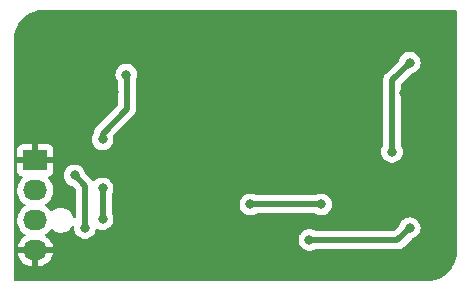
<source format=gbr>
%TF.GenerationSoftware,KiCad,Pcbnew,6.0.7-f9a2dced07~116~ubuntu20.04.1*%
%TF.CreationDate,2022-09-29T18:09:13+00:00*%
%TF.ProjectId,RGB,5247422e-6b69-4636-9164-5f7063625858,rev?*%
%TF.SameCoordinates,Original*%
%TF.FileFunction,Copper,L2,Bot*%
%TF.FilePolarity,Positive*%
%FSLAX46Y46*%
G04 Gerber Fmt 4.6, Leading zero omitted, Abs format (unit mm)*
G04 Created by KiCad (PCBNEW 6.0.7-f9a2dced07~116~ubuntu20.04.1) date 2022-09-29 18:09:13*
%MOMM*%
%LPD*%
G01*
G04 APERTURE LIST*
%TA.AperFunction,ComponentPad*%
%ADD10R,2.030000X1.730000*%
%TD*%
%TA.AperFunction,ComponentPad*%
%ADD11O,2.030000X1.730000*%
%TD*%
%TA.AperFunction,ViaPad*%
%ADD12C,0.800000*%
%TD*%
%TA.AperFunction,Conductor*%
%ADD13C,0.500000*%
%TD*%
G04 APERTURE END LIST*
D10*
%TO.P,J1,1,Pin_1*%
%TO.N,+5V*%
X106800000Y-91750000D03*
D11*
%TO.P,J1,2,Pin_2*%
%TO.N,+3.3V*%
X106800000Y-94290000D03*
%TO.P,J1,3,Pin_3*%
%TO.N,/DIN*%
X106800000Y-96830000D03*
%TO.P,J1,4,Pin_4*%
%TO.N,GND*%
X106800000Y-99370000D03*
%TD*%
D12*
%TO.N,Net-(Q1-Pad2)*%
X112500000Y-94138000D03*
X112500000Y-96737000D03*
%TO.N,/DIN*%
X110123843Y-93034114D03*
X111000000Y-97500000D03*
%TO.N,HV*%
X114500000Y-84500000D03*
X112500000Y-90000000D03*
%TO.N,Net-(D7-Pad2)*%
X138500000Y-97500000D03*
X130000000Y-98500000D03*
%TO.N,Net-(D5-Pad2)*%
X131000000Y-95500000D03*
X125000000Y-95500000D03*
%TO.N,/CON*%
X137000000Y-91049500D03*
X138500000Y-83500000D03*
%TO.N,GND*%
X130500000Y-81000000D03*
X138000000Y-80500000D03*
X130000000Y-86000000D03*
X138050000Y-86050000D03*
X135500000Y-87000000D03*
X124000000Y-93000000D03*
X126000000Y-88950000D03*
X134000000Y-93000000D03*
X135500000Y-94000000D03*
X133500000Y-97000000D03*
X141500000Y-99000000D03*
X137500000Y-101000000D03*
X130500000Y-101000000D03*
X118500000Y-100500000D03*
X120500000Y-93500000D03*
X116000000Y-92000000D03*
X122500000Y-81000000D03*
X122000000Y-86000000D03*
X113500000Y-86000000D03*
X115000000Y-80500000D03*
X109000000Y-80500000D03*
%TD*%
D13*
%TO.N,Net-(Q1-Pad2)*%
X112500000Y-96737000D02*
X112500000Y-94138000D01*
%TO.N,/DIN*%
X111000000Y-93910271D02*
X110123843Y-93034114D01*
X111000000Y-97500000D02*
X111000000Y-93910271D01*
%TO.N,HV*%
X112500000Y-89500000D02*
X112500000Y-90000000D01*
X114550000Y-84550000D02*
X114550000Y-87450000D01*
X114500000Y-84500000D02*
X114550000Y-84550000D01*
X114550000Y-87450000D02*
X112500000Y-89500000D01*
%TO.N,Net-(D7-Pad2)*%
X130050000Y-98550000D02*
X137450000Y-98550000D01*
X137450000Y-98550000D02*
X138500000Y-97500000D01*
X130000000Y-98500000D02*
X130050000Y-98550000D01*
%TO.N,Net-(D5-Pad2)*%
X125000000Y-95500000D02*
X131000000Y-95500000D01*
%TO.N,/CON*%
X137000000Y-85000000D02*
X137000000Y-91049500D01*
X138500000Y-83500000D02*
X137000000Y-85000000D01*
%TD*%
%TA.AperFunction,Conductor*%
%TO.N,GND*%
G36*
X142433621Y-79028502D02*
G01*
X142480114Y-79082158D01*
X142491500Y-79134500D01*
X142491500Y-99450633D01*
X142490000Y-99470018D01*
X142487690Y-99484851D01*
X142487690Y-99484855D01*
X142486309Y-99493724D01*
X142488558Y-99510919D01*
X142489391Y-99534863D01*
X142473794Y-99792710D01*
X142471960Y-99807814D01*
X142420477Y-100088754D01*
X142416836Y-100103527D01*
X142331859Y-100376227D01*
X142326466Y-100390445D01*
X142223943Y-100618244D01*
X142209243Y-100650906D01*
X142202172Y-100664379D01*
X142054405Y-100908813D01*
X142045762Y-100921334D01*
X141869615Y-101146171D01*
X141859525Y-101157560D01*
X141657560Y-101359525D01*
X141646171Y-101369615D01*
X141421334Y-101545762D01*
X141408813Y-101554405D01*
X141164379Y-101702172D01*
X141150908Y-101709242D01*
X140890445Y-101826466D01*
X140876231Y-101831858D01*
X140603527Y-101916836D01*
X140588760Y-101920475D01*
X140379786Y-101958771D01*
X140307814Y-101971960D01*
X140292710Y-101973794D01*
X140042096Y-101988953D01*
X140015284Y-101987692D01*
X140015148Y-101987690D01*
X140006276Y-101986309D01*
X139997374Y-101987473D01*
X139997372Y-101987473D01*
X139982323Y-101989441D01*
X139974714Y-101990436D01*
X139958379Y-101991500D01*
X105134500Y-101991500D01*
X105066379Y-101971498D01*
X105019886Y-101917842D01*
X105008500Y-101865500D01*
X105008500Y-99638580D01*
X105303425Y-99638580D01*
X105329058Y-99760745D01*
X105332118Y-99770942D01*
X105413779Y-99977722D01*
X105418510Y-99987254D01*
X105533851Y-100177330D01*
X105540120Y-100185925D01*
X105685828Y-100353839D01*
X105693464Y-100361265D01*
X105865386Y-100502232D01*
X105874148Y-100508254D01*
X106067370Y-100618244D01*
X106077030Y-100622707D01*
X106286019Y-100698566D01*
X106296286Y-100701337D01*
X106516238Y-100741110D01*
X106524468Y-100742044D01*
X106530216Y-100742316D01*
X106543124Y-100738525D01*
X106544329Y-100737135D01*
X106546000Y-100729452D01*
X106546000Y-100721025D01*
X107054000Y-100721025D01*
X107058310Y-100735703D01*
X107070193Y-100737766D01*
X107176861Y-100728715D01*
X107187333Y-100726925D01*
X107402537Y-100671069D01*
X107412575Y-100667534D01*
X107615280Y-100576222D01*
X107624586Y-100571042D01*
X107809010Y-100446880D01*
X107817296Y-100440219D01*
X107978177Y-100286746D01*
X107985217Y-100278789D01*
X108117934Y-100100410D01*
X108123542Y-100091366D01*
X108224303Y-99893182D01*
X108228307Y-99883321D01*
X108294235Y-99671001D01*
X108296520Y-99660606D01*
X108298992Y-99641959D01*
X108296795Y-99627792D01*
X108283611Y-99624000D01*
X107072115Y-99624000D01*
X107056876Y-99628475D01*
X107055671Y-99629865D01*
X107054000Y-99637548D01*
X107054000Y-100721025D01*
X106546000Y-100721025D01*
X106546000Y-99642115D01*
X106541525Y-99626876D01*
X106540135Y-99625671D01*
X106532452Y-99624000D01*
X105318481Y-99624000D01*
X105304950Y-99627973D01*
X105303425Y-99638580D01*
X105008500Y-99638580D01*
X105008500Y-96765065D01*
X105273064Y-96765065D01*
X105281809Y-96997993D01*
X105329674Y-97226117D01*
X105415292Y-97442914D01*
X105464640Y-97524237D01*
X105529550Y-97631206D01*
X105536213Y-97642187D01*
X105539708Y-97646215D01*
X105539709Y-97646216D01*
X105681380Y-97809476D01*
X105688982Y-97818237D01*
X105693113Y-97821624D01*
X105865100Y-97962646D01*
X105865106Y-97962650D01*
X105869228Y-97966030D01*
X105873864Y-97968669D01*
X105873867Y-97968671D01*
X105913482Y-97991221D01*
X105962789Y-98042304D01*
X105976650Y-98111934D01*
X105950666Y-98178005D01*
X105921517Y-98205243D01*
X105790990Y-98293120D01*
X105782704Y-98299781D01*
X105621823Y-98453254D01*
X105614783Y-98461211D01*
X105482066Y-98639590D01*
X105476458Y-98648634D01*
X105375697Y-98846818D01*
X105371693Y-98856679D01*
X105305765Y-99068999D01*
X105303480Y-99079394D01*
X105301008Y-99098041D01*
X105303205Y-99112208D01*
X105316389Y-99116000D01*
X108281519Y-99116000D01*
X108295050Y-99112027D01*
X108296575Y-99101420D01*
X108270942Y-98979255D01*
X108267882Y-98969058D01*
X108186221Y-98762278D01*
X108181490Y-98752746D01*
X108066149Y-98562670D01*
X108059880Y-98554075D01*
X108012956Y-98500000D01*
X129086496Y-98500000D01*
X129106458Y-98689928D01*
X129165473Y-98871556D01*
X129260960Y-99036944D01*
X129265378Y-99041851D01*
X129265379Y-99041852D01*
X129367713Y-99155505D01*
X129388747Y-99178866D01*
X129406288Y-99191610D01*
X129510777Y-99267526D01*
X129543248Y-99291118D01*
X129549276Y-99293802D01*
X129549278Y-99293803D01*
X129711681Y-99366109D01*
X129717712Y-99368794D01*
X129811113Y-99388647D01*
X129898056Y-99407128D01*
X129898061Y-99407128D01*
X129904513Y-99408500D01*
X130095487Y-99408500D01*
X130101939Y-99407128D01*
X130101944Y-99407128D01*
X130188887Y-99388647D01*
X130282288Y-99368794D01*
X130393245Y-99319393D01*
X130444494Y-99308500D01*
X137382930Y-99308500D01*
X137401880Y-99309933D01*
X137416115Y-99312099D01*
X137416119Y-99312099D01*
X137423349Y-99313199D01*
X137430641Y-99312606D01*
X137430644Y-99312606D01*
X137476018Y-99308915D01*
X137486233Y-99308500D01*
X137494293Y-99308500D01*
X137507583Y-99306951D01*
X137522507Y-99305211D01*
X137526882Y-99304778D01*
X137592339Y-99299454D01*
X137592342Y-99299453D01*
X137599637Y-99298860D01*
X137606601Y-99296604D01*
X137612560Y-99295413D01*
X137618415Y-99294029D01*
X137625681Y-99293182D01*
X137694327Y-99268265D01*
X137698455Y-99266848D01*
X137760936Y-99246607D01*
X137760938Y-99246606D01*
X137767899Y-99244351D01*
X137774154Y-99240555D01*
X137779628Y-99238049D01*
X137785058Y-99235330D01*
X137791937Y-99232833D01*
X137852976Y-99192814D01*
X137856680Y-99190477D01*
X137919107Y-99152595D01*
X137927484Y-99145197D01*
X137927508Y-99145224D01*
X137930500Y-99142571D01*
X137933733Y-99139868D01*
X137939852Y-99135856D01*
X137993128Y-99079617D01*
X137995506Y-99077175D01*
X138656331Y-98416350D01*
X138719228Y-98382199D01*
X138775824Y-98370169D01*
X138775833Y-98370166D01*
X138782288Y-98368794D01*
X138899440Y-98316635D01*
X138950722Y-98293803D01*
X138950724Y-98293802D01*
X138956752Y-98291118D01*
X139111253Y-98178866D01*
X139239040Y-98036944D01*
X139317753Y-97900610D01*
X139331223Y-97877279D01*
X139331224Y-97877278D01*
X139334527Y-97871556D01*
X139393542Y-97689928D01*
X139413504Y-97500000D01*
X139411159Y-97477685D01*
X139394232Y-97316635D01*
X139394232Y-97316633D01*
X139393542Y-97310072D01*
X139334527Y-97128444D01*
X139239040Y-96963056D01*
X139125922Y-96837425D01*
X139115675Y-96826045D01*
X139115674Y-96826044D01*
X139111253Y-96821134D01*
X138956752Y-96708882D01*
X138950724Y-96706198D01*
X138950722Y-96706197D01*
X138788319Y-96633891D01*
X138788318Y-96633891D01*
X138782288Y-96631206D01*
X138688888Y-96611353D01*
X138601944Y-96592872D01*
X138601939Y-96592872D01*
X138595487Y-96591500D01*
X138404513Y-96591500D01*
X138398061Y-96592872D01*
X138398056Y-96592872D01*
X138311112Y-96611353D01*
X138217712Y-96631206D01*
X138211682Y-96633891D01*
X138211681Y-96633891D01*
X138049278Y-96706197D01*
X138049276Y-96706198D01*
X138043248Y-96708882D01*
X137888747Y-96821134D01*
X137884326Y-96826044D01*
X137884325Y-96826045D01*
X137874079Y-96837425D01*
X137760960Y-96963056D01*
X137665473Y-97128444D01*
X137663431Y-97134729D01*
X137610613Y-97297285D01*
X137579875Y-97347444D01*
X137172724Y-97754595D01*
X137110412Y-97788621D01*
X137083629Y-97791500D01*
X130611405Y-97791500D01*
X130543284Y-97771498D01*
X130537344Y-97767436D01*
X130462094Y-97712763D01*
X130462093Y-97712762D01*
X130456752Y-97708882D01*
X130450724Y-97706198D01*
X130450722Y-97706197D01*
X130288319Y-97633891D01*
X130288318Y-97633891D01*
X130282288Y-97631206D01*
X130188887Y-97611353D01*
X130101944Y-97592872D01*
X130101939Y-97592872D01*
X130095487Y-97591500D01*
X129904513Y-97591500D01*
X129898061Y-97592872D01*
X129898056Y-97592872D01*
X129811112Y-97611353D01*
X129717712Y-97631206D01*
X129711682Y-97633891D01*
X129711681Y-97633891D01*
X129549278Y-97706197D01*
X129549276Y-97706198D01*
X129543248Y-97708882D01*
X129537907Y-97712762D01*
X129537906Y-97712763D01*
X129501628Y-97739121D01*
X129388747Y-97821134D01*
X129384326Y-97826044D01*
X129384325Y-97826045D01*
X129317187Y-97900610D01*
X129260960Y-97963056D01*
X129165473Y-98128444D01*
X129106458Y-98310072D01*
X129105768Y-98316633D01*
X129105768Y-98316635D01*
X129099241Y-98378735D01*
X129086496Y-98500000D01*
X108012956Y-98500000D01*
X107914172Y-98386161D01*
X107906536Y-98378735D01*
X107734614Y-98237768D01*
X107725847Y-98231742D01*
X107686539Y-98209367D01*
X107637233Y-98158285D01*
X107623371Y-98088655D01*
X107649354Y-98022584D01*
X107678504Y-97995345D01*
X107684630Y-97991221D01*
X107813752Y-97904291D01*
X107854656Y-97865271D01*
X107912099Y-97810472D01*
X107982410Y-97743399D01*
X108000706Y-97718809D01*
X108063838Y-97633956D01*
X108120548Y-97591243D01*
X108191349Y-97585970D01*
X108245918Y-97612648D01*
X108354365Y-97703646D01*
X108354371Y-97703650D01*
X108359089Y-97707609D01*
X108364481Y-97710573D01*
X108364485Y-97710576D01*
X108535598Y-97804646D01*
X108540995Y-97807613D01*
X108738861Y-97870379D01*
X108744978Y-97871065D01*
X108744982Y-97871066D01*
X108821598Y-97879659D01*
X108900413Y-97888500D01*
X109012237Y-97888500D01*
X109015293Y-97888200D01*
X109015300Y-97888200D01*
X109160466Y-97873966D01*
X109160469Y-97873965D01*
X109166592Y-97873365D01*
X109323326Y-97826045D01*
X109359407Y-97815152D01*
X109359410Y-97815151D01*
X109365315Y-97813368D01*
X109372635Y-97809476D01*
X109543153Y-97718809D01*
X109543155Y-97718808D01*
X109548599Y-97715913D01*
X109636586Y-97644153D01*
X109704689Y-97588610D01*
X109704692Y-97588607D01*
X109709464Y-97584715D01*
X109744623Y-97542216D01*
X109837855Y-97429518D01*
X109841783Y-97424770D01*
X109852696Y-97404587D01*
X109902688Y-97354179D01*
X109971999Y-97338801D01*
X110038622Y-97363336D01*
X110081403Y-97419995D01*
X110088841Y-97477685D01*
X110086496Y-97500000D01*
X110106458Y-97689928D01*
X110165473Y-97871556D01*
X110168776Y-97877278D01*
X110168777Y-97877279D01*
X110182247Y-97900610D01*
X110260960Y-98036944D01*
X110388747Y-98178866D01*
X110543248Y-98291118D01*
X110549276Y-98293802D01*
X110549278Y-98293803D01*
X110600560Y-98316635D01*
X110717712Y-98368794D01*
X110799417Y-98386161D01*
X110898056Y-98407128D01*
X110898061Y-98407128D01*
X110904513Y-98408500D01*
X111095487Y-98408500D01*
X111101939Y-98407128D01*
X111101944Y-98407128D01*
X111200583Y-98386161D01*
X111282288Y-98368794D01*
X111399440Y-98316635D01*
X111450722Y-98293803D01*
X111450724Y-98293802D01*
X111456752Y-98291118D01*
X111611253Y-98178866D01*
X111739040Y-98036944D01*
X111817753Y-97900610D01*
X111831223Y-97877279D01*
X111831224Y-97877278D01*
X111834527Y-97871556D01*
X111893542Y-97689928D01*
X111898353Y-97644153D01*
X111925366Y-97578496D01*
X111983587Y-97537866D01*
X112054533Y-97535163D01*
X112074911Y-97542216D01*
X112211677Y-97603108D01*
X112211685Y-97603111D01*
X112217712Y-97605794D01*
X112311113Y-97625647D01*
X112398056Y-97644128D01*
X112398061Y-97644128D01*
X112404513Y-97645500D01*
X112595487Y-97645500D01*
X112601939Y-97644128D01*
X112601944Y-97644128D01*
X112688887Y-97625647D01*
X112782288Y-97605794D01*
X112788321Y-97603108D01*
X112950722Y-97530803D01*
X112950724Y-97530802D01*
X112956752Y-97528118D01*
X113111253Y-97415866D01*
X113166796Y-97354179D01*
X113234621Y-97278852D01*
X113234622Y-97278851D01*
X113239040Y-97273944D01*
X113334527Y-97108556D01*
X113393542Y-96926928D01*
X113413504Y-96737000D01*
X113402125Y-96628736D01*
X113394232Y-96553635D01*
X113394232Y-96553633D01*
X113393542Y-96547072D01*
X113334527Y-96365444D01*
X113275381Y-96263000D01*
X113258500Y-96200001D01*
X113258500Y-95500000D01*
X124086496Y-95500000D01*
X124087186Y-95506565D01*
X124103835Y-95664967D01*
X124106458Y-95689928D01*
X124165473Y-95871556D01*
X124260960Y-96036944D01*
X124388747Y-96178866D01*
X124417837Y-96200001D01*
X124537904Y-96287235D01*
X124543248Y-96291118D01*
X124549276Y-96293802D01*
X124549278Y-96293803D01*
X124711681Y-96366109D01*
X124717712Y-96368794D01*
X124811113Y-96388647D01*
X124898056Y-96407128D01*
X124898061Y-96407128D01*
X124904513Y-96408500D01*
X125095487Y-96408500D01*
X125101939Y-96407128D01*
X125101944Y-96407128D01*
X125188887Y-96388647D01*
X125282288Y-96368794D01*
X125288319Y-96366109D01*
X125450722Y-96293803D01*
X125450724Y-96293802D01*
X125456752Y-96291118D01*
X125462091Y-96287239D01*
X125462098Y-96287235D01*
X125468528Y-96282563D01*
X125542587Y-96258500D01*
X130457413Y-96258500D01*
X130531472Y-96282563D01*
X130537902Y-96287235D01*
X130537909Y-96287239D01*
X130543248Y-96291118D01*
X130549276Y-96293802D01*
X130549278Y-96293803D01*
X130711681Y-96366109D01*
X130717712Y-96368794D01*
X130811113Y-96388647D01*
X130898056Y-96407128D01*
X130898061Y-96407128D01*
X130904513Y-96408500D01*
X131095487Y-96408500D01*
X131101939Y-96407128D01*
X131101944Y-96407128D01*
X131188887Y-96388647D01*
X131282288Y-96368794D01*
X131288319Y-96366109D01*
X131450722Y-96293803D01*
X131450724Y-96293802D01*
X131456752Y-96291118D01*
X131462097Y-96287235D01*
X131582163Y-96200001D01*
X131611253Y-96178866D01*
X131739040Y-96036944D01*
X131834527Y-95871556D01*
X131893542Y-95689928D01*
X131896166Y-95664967D01*
X131912814Y-95506565D01*
X131913504Y-95500000D01*
X131893542Y-95310072D01*
X131834527Y-95128444D01*
X131819368Y-95102187D01*
X131742341Y-94968774D01*
X131739040Y-94963056D01*
X131611253Y-94821134D01*
X131468527Y-94717437D01*
X131462094Y-94712763D01*
X131462093Y-94712762D01*
X131456752Y-94708882D01*
X131450724Y-94706198D01*
X131450722Y-94706197D01*
X131288319Y-94633891D01*
X131288318Y-94633891D01*
X131282288Y-94631206D01*
X131188888Y-94611353D01*
X131101944Y-94592872D01*
X131101939Y-94592872D01*
X131095487Y-94591500D01*
X130904513Y-94591500D01*
X130898061Y-94592872D01*
X130898056Y-94592872D01*
X130811113Y-94611353D01*
X130717712Y-94631206D01*
X130711682Y-94633891D01*
X130711681Y-94633891D01*
X130549278Y-94706197D01*
X130549276Y-94706198D01*
X130543248Y-94708882D01*
X130537909Y-94712761D01*
X130537902Y-94712765D01*
X130531472Y-94717437D01*
X130457413Y-94741500D01*
X125542587Y-94741500D01*
X125468528Y-94717437D01*
X125462098Y-94712765D01*
X125462091Y-94712761D01*
X125456752Y-94708882D01*
X125450724Y-94706198D01*
X125450722Y-94706197D01*
X125288319Y-94633891D01*
X125288318Y-94633891D01*
X125282288Y-94631206D01*
X125188888Y-94611353D01*
X125101944Y-94592872D01*
X125101939Y-94592872D01*
X125095487Y-94591500D01*
X124904513Y-94591500D01*
X124898061Y-94592872D01*
X124898056Y-94592872D01*
X124811113Y-94611353D01*
X124717712Y-94631206D01*
X124711682Y-94633891D01*
X124711681Y-94633891D01*
X124549278Y-94706197D01*
X124549276Y-94706198D01*
X124543248Y-94708882D01*
X124537907Y-94712762D01*
X124537906Y-94712763D01*
X124531473Y-94717437D01*
X124388747Y-94821134D01*
X124260960Y-94963056D01*
X124257659Y-94968774D01*
X124180633Y-95102187D01*
X124165473Y-95128444D01*
X124106458Y-95310072D01*
X124086496Y-95500000D01*
X113258500Y-95500000D01*
X113258500Y-94674999D01*
X113275381Y-94611999D01*
X113287446Y-94591103D01*
X113334527Y-94509556D01*
X113393542Y-94327928D01*
X113408297Y-94187547D01*
X113412814Y-94144565D01*
X113413504Y-94138000D01*
X113393542Y-93948072D01*
X113334527Y-93766444D01*
X113303660Y-93712980D01*
X113242341Y-93606774D01*
X113239040Y-93601056D01*
X113162265Y-93515788D01*
X113115675Y-93464045D01*
X113115671Y-93464041D01*
X113111253Y-93459134D01*
X112956752Y-93346882D01*
X112950724Y-93344198D01*
X112950722Y-93344197D01*
X112788319Y-93271891D01*
X112788318Y-93271891D01*
X112782288Y-93269206D01*
X112688888Y-93249353D01*
X112601944Y-93230872D01*
X112601939Y-93230872D01*
X112595487Y-93229500D01*
X112404513Y-93229500D01*
X112398061Y-93230872D01*
X112398056Y-93230872D01*
X112311112Y-93249353D01*
X112217712Y-93269206D01*
X112211682Y-93271891D01*
X112211681Y-93271891D01*
X112049278Y-93344197D01*
X112049276Y-93344198D01*
X112043248Y-93346882D01*
X111888747Y-93459134D01*
X111837736Y-93515788D01*
X111777290Y-93553027D01*
X111706306Y-93551675D01*
X111647322Y-93512161D01*
X111636381Y-93496842D01*
X111605509Y-93445965D01*
X111605505Y-93445960D01*
X111602595Y-93441164D01*
X111595197Y-93432787D01*
X111595224Y-93432763D01*
X111592571Y-93429771D01*
X111589868Y-93426538D01*
X111585856Y-93420419D01*
X111529617Y-93367143D01*
X111527175Y-93364765D01*
X111043968Y-92881558D01*
X111013230Y-92831399D01*
X110981166Y-92732715D01*
X110958370Y-92662558D01*
X110862883Y-92497170D01*
X110735096Y-92355248D01*
X110580595Y-92242996D01*
X110574567Y-92240312D01*
X110574565Y-92240311D01*
X110412162Y-92168005D01*
X110412161Y-92168005D01*
X110406131Y-92165320D01*
X110312731Y-92145467D01*
X110225787Y-92126986D01*
X110225782Y-92126986D01*
X110219330Y-92125614D01*
X110028356Y-92125614D01*
X110021904Y-92126986D01*
X110021899Y-92126986D01*
X109934955Y-92145467D01*
X109841555Y-92165320D01*
X109835525Y-92168005D01*
X109835524Y-92168005D01*
X109673121Y-92240311D01*
X109673119Y-92240312D01*
X109667091Y-92242996D01*
X109512590Y-92355248D01*
X109384803Y-92497170D01*
X109289316Y-92662558D01*
X109230301Y-92844186D01*
X109210339Y-93034114D01*
X109211029Y-93040679D01*
X109217534Y-93102566D01*
X109230301Y-93224042D01*
X109289316Y-93405670D01*
X109292619Y-93411392D01*
X109292620Y-93411393D01*
X109323017Y-93464041D01*
X109384803Y-93571058D01*
X109512590Y-93712980D01*
X109667091Y-93825232D01*
X109673119Y-93827916D01*
X109673121Y-93827917D01*
X109835524Y-93900223D01*
X109841555Y-93902908D01*
X109848010Y-93904280D01*
X109848019Y-93904283D01*
X109904615Y-93916313D01*
X109967512Y-93950464D01*
X110204595Y-94187547D01*
X110238621Y-94249859D01*
X110241500Y-94276642D01*
X110241500Y-96560615D01*
X110221498Y-96628736D01*
X110167842Y-96675229D01*
X110097568Y-96685333D01*
X110032988Y-96655839D01*
X109994626Y-96596190D01*
X109946173Y-96431560D01*
X109850001Y-96247600D01*
X109719929Y-96085823D01*
X109707371Y-96075285D01*
X109565629Y-95956350D01*
X109560911Y-95952391D01*
X109555519Y-95949427D01*
X109555515Y-95949424D01*
X109384402Y-95855354D01*
X109379005Y-95852387D01*
X109181139Y-95789621D01*
X109175022Y-95788935D01*
X109175018Y-95788934D01*
X109098402Y-95780341D01*
X109019587Y-95771500D01*
X108907763Y-95771500D01*
X108904707Y-95771800D01*
X108904700Y-95771800D01*
X108759534Y-95786034D01*
X108759531Y-95786035D01*
X108753408Y-95786635D01*
X108621454Y-95826474D01*
X108560593Y-95844848D01*
X108560590Y-95844849D01*
X108554685Y-95846632D01*
X108549240Y-95849527D01*
X108549238Y-95849528D01*
X108376847Y-95941191D01*
X108376845Y-95941192D01*
X108371401Y-95944087D01*
X108247518Y-96045124D01*
X108182087Y-96072677D01*
X108112146Y-96060482D01*
X108066240Y-96021856D01*
X108063787Y-96017813D01*
X107972767Y-95912922D01*
X107914518Y-95845796D01*
X107914516Y-95845794D01*
X107911018Y-95841763D01*
X107849699Y-95791484D01*
X107734900Y-95697354D01*
X107734894Y-95697350D01*
X107730772Y-95693970D01*
X107687002Y-95669055D01*
X107637696Y-95617973D01*
X107623834Y-95548343D01*
X107649817Y-95482272D01*
X107678965Y-95455035D01*
X107813752Y-95364291D01*
X107982410Y-95203399D01*
X108121548Y-95016391D01*
X108227188Y-94808612D01*
X108296310Y-94586005D01*
X108326936Y-94354935D01*
X108318191Y-94122007D01*
X108270326Y-93893883D01*
X108241682Y-93821351D01*
X108186667Y-93682047D01*
X108184708Y-93677086D01*
X108063787Y-93477813D01*
X108031985Y-93441164D01*
X107966753Y-93365992D01*
X107912203Y-93303128D01*
X107882663Y-93238569D01*
X107892717Y-93168288D01*
X107939171Y-93114599D01*
X107963139Y-93102566D01*
X108053295Y-93068768D01*
X108053296Y-93068767D01*
X108061705Y-93065615D01*
X108178261Y-92978261D01*
X108265615Y-92861705D01*
X108316745Y-92725316D01*
X108323500Y-92663134D01*
X108323500Y-91049500D01*
X136086496Y-91049500D01*
X136106458Y-91239428D01*
X136165473Y-91421056D01*
X136260960Y-91586444D01*
X136388747Y-91728366D01*
X136543248Y-91840618D01*
X136549276Y-91843302D01*
X136549278Y-91843303D01*
X136711681Y-91915609D01*
X136717712Y-91918294D01*
X136811113Y-91938147D01*
X136898056Y-91956628D01*
X136898061Y-91956628D01*
X136904513Y-91958000D01*
X137095487Y-91958000D01*
X137101939Y-91956628D01*
X137101944Y-91956628D01*
X137188887Y-91938147D01*
X137282288Y-91918294D01*
X137288319Y-91915609D01*
X137450722Y-91843303D01*
X137450724Y-91843302D01*
X137456752Y-91840618D01*
X137611253Y-91728366D01*
X137739040Y-91586444D01*
X137834527Y-91421056D01*
X137893542Y-91239428D01*
X137913504Y-91049500D01*
X137912814Y-91042935D01*
X137894232Y-90866135D01*
X137894232Y-90866133D01*
X137893542Y-90859572D01*
X137834527Y-90677944D01*
X137775381Y-90575500D01*
X137758500Y-90512501D01*
X137758500Y-85366371D01*
X137778502Y-85298250D01*
X137795405Y-85277276D01*
X138656331Y-84416350D01*
X138719228Y-84382199D01*
X138775824Y-84370169D01*
X138775833Y-84370166D01*
X138782288Y-84368794D01*
X138899440Y-84316635D01*
X138950722Y-84293803D01*
X138950724Y-84293802D01*
X138956752Y-84291118D01*
X139111253Y-84178866D01*
X139239040Y-84036944D01*
X139334527Y-83871556D01*
X139393542Y-83689928D01*
X139413504Y-83500000D01*
X139393542Y-83310072D01*
X139334527Y-83128444D01*
X139239040Y-82963056D01*
X139111253Y-82821134D01*
X138956752Y-82708882D01*
X138950724Y-82706198D01*
X138950722Y-82706197D01*
X138788319Y-82633891D01*
X138788318Y-82633891D01*
X138782288Y-82631206D01*
X138688887Y-82611353D01*
X138601944Y-82592872D01*
X138601939Y-82592872D01*
X138595487Y-82591500D01*
X138404513Y-82591500D01*
X138398061Y-82592872D01*
X138398056Y-82592872D01*
X138311113Y-82611353D01*
X138217712Y-82631206D01*
X138211682Y-82633891D01*
X138211681Y-82633891D01*
X138049278Y-82706197D01*
X138049276Y-82706198D01*
X138043248Y-82708882D01*
X137888747Y-82821134D01*
X137760960Y-82963056D01*
X137665473Y-83128444D01*
X137663431Y-83134729D01*
X137610613Y-83297285D01*
X137579875Y-83347444D01*
X136511089Y-84416230D01*
X136496677Y-84428616D01*
X136485082Y-84437149D01*
X136485077Y-84437154D01*
X136479182Y-84441492D01*
X136474443Y-84447070D01*
X136474440Y-84447073D01*
X136444965Y-84481768D01*
X136438035Y-84489284D01*
X136432340Y-84494979D01*
X136430060Y-84497861D01*
X136414719Y-84517251D01*
X136411928Y-84520655D01*
X136369409Y-84570703D01*
X136364667Y-84576285D01*
X136361339Y-84582801D01*
X136357972Y-84587850D01*
X136354805Y-84592979D01*
X136350266Y-84598716D01*
X136319345Y-84664875D01*
X136317442Y-84668769D01*
X136284231Y-84733808D01*
X136282492Y-84740916D01*
X136280393Y-84746559D01*
X136278476Y-84752322D01*
X136275378Y-84758950D01*
X136273888Y-84766112D01*
X136273888Y-84766113D01*
X136260514Y-84830412D01*
X136259544Y-84834696D01*
X136242192Y-84905610D01*
X136241500Y-84916764D01*
X136241464Y-84916762D01*
X136241225Y-84920755D01*
X136240851Y-84924947D01*
X136239360Y-84932115D01*
X136239558Y-84939432D01*
X136241454Y-85009521D01*
X136241500Y-85012928D01*
X136241500Y-90512501D01*
X136224619Y-90575500D01*
X136165473Y-90677944D01*
X136106458Y-90859572D01*
X136105768Y-90866133D01*
X136105768Y-90866135D01*
X136087186Y-91042935D01*
X136086496Y-91049500D01*
X108323500Y-91049500D01*
X108323500Y-90836866D01*
X108316745Y-90774684D01*
X108265615Y-90638295D01*
X108178261Y-90521739D01*
X108061705Y-90434385D01*
X107925316Y-90383255D01*
X107863134Y-90376500D01*
X105736866Y-90376500D01*
X105674684Y-90383255D01*
X105538295Y-90434385D01*
X105421739Y-90521739D01*
X105334385Y-90638295D01*
X105283255Y-90774684D01*
X105276500Y-90836866D01*
X105276500Y-92663134D01*
X105283255Y-92725316D01*
X105334385Y-92861705D01*
X105421739Y-92978261D01*
X105538295Y-93065615D01*
X105546704Y-93068767D01*
X105546705Y-93068768D01*
X105641169Y-93104181D01*
X105697934Y-93146822D01*
X105722634Y-93213384D01*
X105707427Y-93282733D01*
X105683912Y-93313332D01*
X105617590Y-93376601D01*
X105614407Y-93380878D01*
X105614407Y-93380879D01*
X105578030Y-93429771D01*
X105478452Y-93563609D01*
X105476036Y-93568360D01*
X105476034Y-93568364D01*
X105472169Y-93575966D01*
X105372812Y-93771388D01*
X105303690Y-93993995D01*
X105302989Y-93999284D01*
X105278037Y-94187547D01*
X105273064Y-94225065D01*
X105281809Y-94457993D01*
X105329674Y-94686117D01*
X105415292Y-94902914D01*
X105536213Y-95102187D01*
X105539708Y-95106215D01*
X105539709Y-95106216D01*
X105624041Y-95203399D01*
X105688982Y-95278237D01*
X105693113Y-95281624D01*
X105865100Y-95422646D01*
X105865106Y-95422650D01*
X105869228Y-95426030D01*
X105873866Y-95428670D01*
X105912998Y-95450945D01*
X105962304Y-95502027D01*
X105976166Y-95571657D01*
X105950183Y-95637728D01*
X105921035Y-95664965D01*
X105786248Y-95755709D01*
X105617590Y-95916601D01*
X105614407Y-95920878D01*
X105614407Y-95920879D01*
X105597140Y-95944087D01*
X105478452Y-96103609D01*
X105372812Y-96311388D01*
X105303690Y-96533995D01*
X105302989Y-96539284D01*
X105275914Y-96743565D01*
X105273064Y-96765065D01*
X105008500Y-96765065D01*
X105008500Y-90000000D01*
X111586496Y-90000000D01*
X111606458Y-90189928D01*
X111665473Y-90371556D01*
X111760960Y-90536944D01*
X111888747Y-90678866D01*
X111896129Y-90684229D01*
X112020629Y-90774684D01*
X112043248Y-90791118D01*
X112049276Y-90793802D01*
X112049278Y-90793803D01*
X112182898Y-90853294D01*
X112217712Y-90868794D01*
X112311112Y-90888647D01*
X112398056Y-90907128D01*
X112398061Y-90907128D01*
X112404513Y-90908500D01*
X112595487Y-90908500D01*
X112601939Y-90907128D01*
X112601944Y-90907128D01*
X112688888Y-90888647D01*
X112782288Y-90868794D01*
X112817102Y-90853294D01*
X112950722Y-90793803D01*
X112950724Y-90793802D01*
X112956752Y-90791118D01*
X112979372Y-90774684D01*
X113103871Y-90684229D01*
X113111253Y-90678866D01*
X113239040Y-90536944D01*
X113334527Y-90371556D01*
X113393542Y-90189928D01*
X113413504Y-90000000D01*
X113393542Y-89810072D01*
X113385293Y-89784685D01*
X113383264Y-89713717D01*
X113416030Y-89656651D01*
X115038911Y-88033770D01*
X115053323Y-88021384D01*
X115064918Y-88012851D01*
X115064923Y-88012846D01*
X115070818Y-88008508D01*
X115075557Y-88002930D01*
X115075560Y-88002927D01*
X115105035Y-87968232D01*
X115111965Y-87960716D01*
X115117661Y-87955020D01*
X115119924Y-87952159D01*
X115119929Y-87952154D01*
X115135293Y-87932734D01*
X115138082Y-87929333D01*
X115139743Y-87927378D01*
X115185333Y-87873715D01*
X115188659Y-87867202D01*
X115192020Y-87862163D01*
X115195196Y-87857021D01*
X115199734Y-87851284D01*
X115230655Y-87785125D01*
X115232561Y-87781225D01*
X115265769Y-87716192D01*
X115267508Y-87709083D01*
X115269604Y-87703449D01*
X115271523Y-87697679D01*
X115274622Y-87691050D01*
X115289491Y-87619565D01*
X115290461Y-87615282D01*
X115306473Y-87549844D01*
X115307808Y-87544390D01*
X115308500Y-87533236D01*
X115308535Y-87533238D01*
X115308775Y-87529266D01*
X115309152Y-87525045D01*
X115310641Y-87517885D01*
X115308546Y-87440458D01*
X115308500Y-87437050D01*
X115308500Y-84950397D01*
X115325380Y-84887398D01*
X115334527Y-84871556D01*
X115393542Y-84689928D01*
X115413504Y-84500000D01*
X115401123Y-84382199D01*
X115394232Y-84316635D01*
X115394232Y-84316633D01*
X115393542Y-84310072D01*
X115334527Y-84128444D01*
X115239040Y-83963056D01*
X115111253Y-83821134D01*
X114956752Y-83708882D01*
X114950724Y-83706198D01*
X114950722Y-83706197D01*
X114788319Y-83633891D01*
X114788318Y-83633891D01*
X114782288Y-83631206D01*
X114688887Y-83611353D01*
X114601944Y-83592872D01*
X114601939Y-83592872D01*
X114595487Y-83591500D01*
X114404513Y-83591500D01*
X114398061Y-83592872D01*
X114398056Y-83592872D01*
X114311113Y-83611353D01*
X114217712Y-83631206D01*
X114211682Y-83633891D01*
X114211681Y-83633891D01*
X114049278Y-83706197D01*
X114049276Y-83706198D01*
X114043248Y-83708882D01*
X113888747Y-83821134D01*
X113760960Y-83963056D01*
X113665473Y-84128444D01*
X113606458Y-84310072D01*
X113605768Y-84316633D01*
X113605768Y-84316635D01*
X113598877Y-84382199D01*
X113586496Y-84500000D01*
X113606458Y-84689928D01*
X113665473Y-84871556D01*
X113668776Y-84877278D01*
X113668777Y-84877279D01*
X113685134Y-84905610D01*
X113760960Y-85036944D01*
X113765379Y-85041852D01*
X113767436Y-85044683D01*
X113791295Y-85111551D01*
X113791500Y-85118744D01*
X113791500Y-87083629D01*
X113771498Y-87151750D01*
X113754595Y-87172724D01*
X112011089Y-88916230D01*
X111996677Y-88928616D01*
X111985082Y-88937149D01*
X111985077Y-88937154D01*
X111979182Y-88941492D01*
X111974443Y-88947070D01*
X111974440Y-88947073D01*
X111944965Y-88981768D01*
X111938035Y-88989284D01*
X111932340Y-88994979D01*
X111930060Y-88997861D01*
X111914719Y-89017251D01*
X111911928Y-89020655D01*
X111869409Y-89070703D01*
X111864667Y-89076285D01*
X111861339Y-89082801D01*
X111857972Y-89087850D01*
X111854805Y-89092979D01*
X111850266Y-89098716D01*
X111819345Y-89164875D01*
X111817442Y-89168769D01*
X111784231Y-89233808D01*
X111782492Y-89240916D01*
X111780393Y-89246559D01*
X111778476Y-89252322D01*
X111775378Y-89258950D01*
X111773888Y-89266112D01*
X111773888Y-89266113D01*
X111760514Y-89330412D01*
X111759544Y-89334696D01*
X111742192Y-89405610D01*
X111741500Y-89416764D01*
X111741464Y-89416762D01*
X111741225Y-89420755D01*
X111740851Y-89424947D01*
X111739360Y-89432115D01*
X111739558Y-89439431D01*
X111740164Y-89461827D01*
X111723329Y-89528234D01*
X111665473Y-89628444D01*
X111606458Y-89810072D01*
X111586496Y-90000000D01*
X105008500Y-90000000D01*
X105008500Y-81553250D01*
X105010246Y-81532345D01*
X105012770Y-81517344D01*
X105012770Y-81517341D01*
X105013576Y-81512552D01*
X105013729Y-81500000D01*
X105013040Y-81495186D01*
X105013039Y-81495177D01*
X105011869Y-81487006D01*
X105010827Y-81461540D01*
X105026206Y-81207290D01*
X105028040Y-81192186D01*
X105079523Y-80911246D01*
X105083164Y-80896473D01*
X105168141Y-80623773D01*
X105173534Y-80609555D01*
X105290758Y-80349092D01*
X105297828Y-80335621D01*
X105445595Y-80091187D01*
X105454238Y-80078666D01*
X105630385Y-79853829D01*
X105640475Y-79842440D01*
X105842440Y-79640475D01*
X105853829Y-79630385D01*
X106078666Y-79454238D01*
X106091187Y-79445595D01*
X106335621Y-79297828D01*
X106349094Y-79290757D01*
X106391777Y-79271547D01*
X106609555Y-79173534D01*
X106623769Y-79168142D01*
X106896474Y-79083164D01*
X106911240Y-79079525D01*
X107120214Y-79041229D01*
X107192186Y-79028040D01*
X107207290Y-79026206D01*
X107457904Y-79011047D01*
X107484716Y-79012308D01*
X107484852Y-79012310D01*
X107493724Y-79013691D01*
X107502626Y-79012527D01*
X107502628Y-79012527D01*
X107517677Y-79010559D01*
X107525286Y-79009564D01*
X107541621Y-79008500D01*
X142365500Y-79008500D01*
X142433621Y-79028502D01*
G37*
%TD.AperFunction*%
%TD*%
%TA.AperFunction,Conductor*%
%TO.N,+5V*%
G36*
X142433621Y-79028502D02*
G01*
X142480114Y-79082158D01*
X142491500Y-79134500D01*
X142491500Y-98430091D01*
X142471498Y-98498212D01*
X142417842Y-98544705D01*
X142347568Y-98554809D01*
X142282988Y-98525315D01*
X142256381Y-98493092D01*
X142242341Y-98468774D01*
X142239040Y-98463056D01*
X142173222Y-98389957D01*
X142115675Y-98326045D01*
X142115674Y-98326044D01*
X142111253Y-98321134D01*
X141956752Y-98208882D01*
X141950724Y-98206198D01*
X141950722Y-98206197D01*
X141788319Y-98133891D01*
X141788318Y-98133891D01*
X141782288Y-98131206D01*
X141688887Y-98111353D01*
X141601944Y-98092872D01*
X141601939Y-98092872D01*
X141595487Y-98091500D01*
X141404513Y-98091500D01*
X141398061Y-98092872D01*
X141398056Y-98092872D01*
X141311113Y-98111353D01*
X141217712Y-98131206D01*
X141211682Y-98133891D01*
X141211681Y-98133891D01*
X141049278Y-98206197D01*
X141049276Y-98206198D01*
X141043248Y-98208882D01*
X140888747Y-98321134D01*
X140884326Y-98326044D01*
X140884325Y-98326045D01*
X140826779Y-98389957D01*
X140760960Y-98463056D01*
X140665473Y-98628444D01*
X140606458Y-98810072D01*
X140605768Y-98816633D01*
X140605768Y-98816635D01*
X140601580Y-98856486D01*
X140586496Y-99000000D01*
X140587186Y-99006565D01*
X140602144Y-99148878D01*
X140606458Y-99189928D01*
X140665473Y-99371556D01*
X140668776Y-99377278D01*
X140668777Y-99377279D01*
X140686803Y-99408500D01*
X140760960Y-99536944D01*
X140888747Y-99678866D01*
X141043248Y-99791118D01*
X141049276Y-99793802D01*
X141049278Y-99793803D01*
X141162715Y-99844308D01*
X141217712Y-99868794D01*
X141286964Y-99883514D01*
X141398056Y-99907128D01*
X141398061Y-99907128D01*
X141404513Y-99908500D01*
X141595487Y-99908500D01*
X141601939Y-99907128D01*
X141601944Y-99907128D01*
X141713036Y-99883514D01*
X141782288Y-99868794D01*
X141837285Y-99844308D01*
X141950722Y-99793803D01*
X141950724Y-99793802D01*
X141956752Y-99791118D01*
X142111253Y-99678866D01*
X142239040Y-99536944D01*
X142242339Y-99531231D01*
X142242342Y-99531226D01*
X142251399Y-99515537D01*
X142302781Y-99466543D01*
X142372494Y-99453105D01*
X142438405Y-99479491D01*
X142479588Y-99537322D01*
X142486289Y-99586143D01*
X142473794Y-99792710D01*
X142471960Y-99807814D01*
X142439037Y-99987475D01*
X142420477Y-100088754D01*
X142416836Y-100103526D01*
X142338722Y-100354204D01*
X142331859Y-100376227D01*
X142326466Y-100390445D01*
X142209243Y-100650906D01*
X142202172Y-100664379D01*
X142054405Y-100908813D01*
X142045762Y-100921334D01*
X141869615Y-101146171D01*
X141859525Y-101157560D01*
X141657560Y-101359525D01*
X141646172Y-101369614D01*
X141608889Y-101398824D01*
X141421334Y-101545762D01*
X141408813Y-101554405D01*
X141164379Y-101702172D01*
X141150908Y-101709242D01*
X140890445Y-101826466D01*
X140876231Y-101831858D01*
X140687968Y-101890523D01*
X140603527Y-101916836D01*
X140588760Y-101920475D01*
X140409564Y-101953314D01*
X140307814Y-101971960D01*
X140292710Y-101973794D01*
X140042096Y-101988953D01*
X140015284Y-101987692D01*
X140015148Y-101987690D01*
X140006276Y-101986309D01*
X139997374Y-101987473D01*
X139997372Y-101987473D01*
X139982323Y-101989441D01*
X139974714Y-101990436D01*
X139958379Y-101991500D01*
X138068738Y-101991500D01*
X138000617Y-101971498D01*
X137954124Y-101917842D01*
X137944020Y-101847568D01*
X137973514Y-101782988D01*
X137994677Y-101763564D01*
X138079175Y-101702172D01*
X138111253Y-101678866D01*
X138239040Y-101536944D01*
X138313197Y-101408500D01*
X138331223Y-101377279D01*
X138331224Y-101377278D01*
X138334527Y-101371556D01*
X138393542Y-101189928D01*
X138397120Y-101155890D01*
X138412814Y-101006565D01*
X138413504Y-101000000D01*
X138393542Y-100810072D01*
X138334527Y-100628444D01*
X138330426Y-100621340D01*
X138261897Y-100502646D01*
X138239040Y-100463056D01*
X138111253Y-100321134D01*
X137956752Y-100208882D01*
X137950724Y-100206198D01*
X137950722Y-100206197D01*
X137788319Y-100133891D01*
X137788318Y-100133891D01*
X137782288Y-100131206D01*
X137688887Y-100111353D01*
X137601944Y-100092872D01*
X137601939Y-100092872D01*
X137595487Y-100091500D01*
X137404513Y-100091500D01*
X137398061Y-100092872D01*
X137398056Y-100092872D01*
X137311113Y-100111353D01*
X137217712Y-100131206D01*
X137211682Y-100133891D01*
X137211681Y-100133891D01*
X137049278Y-100206197D01*
X137049276Y-100206198D01*
X137043248Y-100208882D01*
X136888747Y-100321134D01*
X136760960Y-100463056D01*
X136738103Y-100502646D01*
X136669575Y-100621340D01*
X136665473Y-100628444D01*
X136606458Y-100810072D01*
X136586496Y-101000000D01*
X136587186Y-101006565D01*
X136602881Y-101155890D01*
X136606458Y-101189928D01*
X136665473Y-101371556D01*
X136668776Y-101377278D01*
X136668777Y-101377279D01*
X136686803Y-101408500D01*
X136760960Y-101536944D01*
X136888747Y-101678866D01*
X136920825Y-101702172D01*
X137005323Y-101763564D01*
X137048677Y-101819787D01*
X137054752Y-101890523D01*
X137021620Y-101953314D01*
X136959800Y-101988226D01*
X136931262Y-101991500D01*
X131068738Y-101991500D01*
X131000617Y-101971498D01*
X130954124Y-101917842D01*
X130944020Y-101847568D01*
X130973514Y-101782988D01*
X130994677Y-101763564D01*
X131079175Y-101702172D01*
X131111253Y-101678866D01*
X131239040Y-101536944D01*
X131313197Y-101408500D01*
X131331223Y-101377279D01*
X131331224Y-101377278D01*
X131334527Y-101371556D01*
X131393542Y-101189928D01*
X131397120Y-101155890D01*
X131412814Y-101006565D01*
X131413504Y-101000000D01*
X131393542Y-100810072D01*
X131334527Y-100628444D01*
X131330426Y-100621340D01*
X131261897Y-100502646D01*
X131239040Y-100463056D01*
X131111253Y-100321134D01*
X130956752Y-100208882D01*
X130950724Y-100206198D01*
X130950722Y-100206197D01*
X130788319Y-100133891D01*
X130788318Y-100133891D01*
X130782288Y-100131206D01*
X130688887Y-100111353D01*
X130601944Y-100092872D01*
X130601939Y-100092872D01*
X130595487Y-100091500D01*
X130404513Y-100091500D01*
X130398061Y-100092872D01*
X130398056Y-100092872D01*
X130311113Y-100111353D01*
X130217712Y-100131206D01*
X130211682Y-100133891D01*
X130211681Y-100133891D01*
X130049278Y-100206197D01*
X130049276Y-100206198D01*
X130043248Y-100208882D01*
X129888747Y-100321134D01*
X129760960Y-100463056D01*
X129738103Y-100502646D01*
X129669575Y-100621340D01*
X129665473Y-100628444D01*
X129606458Y-100810072D01*
X129586496Y-101000000D01*
X129587186Y-101006565D01*
X129602881Y-101155890D01*
X129606458Y-101189928D01*
X129665473Y-101371556D01*
X129668776Y-101377278D01*
X129668777Y-101377279D01*
X129686803Y-101408500D01*
X129760960Y-101536944D01*
X129888747Y-101678866D01*
X129920825Y-101702172D01*
X130005323Y-101763564D01*
X130048677Y-101819787D01*
X130054752Y-101890523D01*
X130021620Y-101953314D01*
X129959800Y-101988226D01*
X129931262Y-101991500D01*
X105134500Y-101991500D01*
X105066379Y-101971498D01*
X105019886Y-101917842D01*
X105008500Y-101865500D01*
X105008500Y-99305065D01*
X105273064Y-99305065D01*
X105281809Y-99537993D01*
X105329674Y-99766117D01*
X105415292Y-99982914D01*
X105418060Y-99987475D01*
X105504445Y-100129834D01*
X105536213Y-100182187D01*
X105539708Y-100186215D01*
X105539709Y-100186216D01*
X105656786Y-100321134D01*
X105688982Y-100358237D01*
X105693113Y-100361624D01*
X105865100Y-100502646D01*
X105865106Y-100502650D01*
X105869228Y-100506030D01*
X106071800Y-100621340D01*
X106076816Y-100623161D01*
X106076821Y-100623163D01*
X106285888Y-100699051D01*
X106285892Y-100699052D01*
X106290903Y-100700871D01*
X106296152Y-100701820D01*
X106296155Y-100701821D01*
X106516191Y-100741610D01*
X106516198Y-100741611D01*
X106520275Y-100742348D01*
X106538199Y-100743193D01*
X106543214Y-100743430D01*
X106543221Y-100743430D01*
X106544702Y-100743500D01*
X107008527Y-100743500D01*
X107182257Y-100728759D01*
X107187421Y-100727419D01*
X107187425Y-100727418D01*
X107402708Y-100671541D01*
X107402712Y-100671539D01*
X107407873Y-100670200D01*
X107500568Y-100628444D01*
X107615536Y-100576655D01*
X107615539Y-100576654D01*
X107620397Y-100574465D01*
X107731004Y-100500000D01*
X117586496Y-100500000D01*
X117587186Y-100506565D01*
X117604385Y-100670200D01*
X117606458Y-100689928D01*
X117665473Y-100871556D01*
X117760960Y-101036944D01*
X117888747Y-101178866D01*
X118043248Y-101291118D01*
X118049276Y-101293802D01*
X118049278Y-101293803D01*
X118209799Y-101365271D01*
X118217712Y-101368794D01*
X118311113Y-101388647D01*
X118398056Y-101407128D01*
X118398061Y-101407128D01*
X118404513Y-101408500D01*
X118595487Y-101408500D01*
X118601939Y-101407128D01*
X118601944Y-101407128D01*
X118688888Y-101388647D01*
X118782288Y-101368794D01*
X118790201Y-101365271D01*
X118950722Y-101293803D01*
X118950724Y-101293802D01*
X118956752Y-101291118D01*
X119111253Y-101178866D01*
X119239040Y-101036944D01*
X119334527Y-100871556D01*
X119393542Y-100689928D01*
X119395616Y-100670200D01*
X119412814Y-100506565D01*
X119413504Y-100500000D01*
X119407262Y-100440610D01*
X119394232Y-100316635D01*
X119394232Y-100316633D01*
X119393542Y-100310072D01*
X119334527Y-100128444D01*
X119313990Y-100092872D01*
X119242341Y-99968774D01*
X119239040Y-99963056D01*
X119172011Y-99888612D01*
X119115675Y-99826045D01*
X119115674Y-99826044D01*
X119111253Y-99821134D01*
X118956752Y-99708882D01*
X118950724Y-99706198D01*
X118950722Y-99706197D01*
X118788319Y-99633891D01*
X118788318Y-99633891D01*
X118782288Y-99631206D01*
X118688887Y-99611353D01*
X118601944Y-99592872D01*
X118601939Y-99592872D01*
X118595487Y-99591500D01*
X118404513Y-99591500D01*
X118398061Y-99592872D01*
X118398056Y-99592872D01*
X118311113Y-99611353D01*
X118217712Y-99631206D01*
X118211682Y-99633891D01*
X118211681Y-99633891D01*
X118049278Y-99706197D01*
X118049276Y-99706198D01*
X118043248Y-99708882D01*
X117888747Y-99821134D01*
X117884326Y-99826044D01*
X117884325Y-99826045D01*
X117827990Y-99888612D01*
X117760960Y-99963056D01*
X117757659Y-99968774D01*
X117686011Y-100092872D01*
X117665473Y-100128444D01*
X117606458Y-100310072D01*
X117605768Y-100316633D01*
X117605768Y-100316635D01*
X117592738Y-100440610D01*
X117586496Y-100500000D01*
X107731004Y-100500000D01*
X107813752Y-100444291D01*
X107982410Y-100283399D01*
X108121548Y-100096391D01*
X108227188Y-99888612D01*
X108296310Y-99666005D01*
X108316649Y-99512552D01*
X108326236Y-99440219D01*
X108326236Y-99440215D01*
X108326936Y-99434935D01*
X108318191Y-99202007D01*
X108270326Y-98973883D01*
X108184708Y-98757086D01*
X108113251Y-98639327D01*
X108066555Y-98562374D01*
X108066553Y-98562371D01*
X108063787Y-98557813D01*
X108060291Y-98553784D01*
X108013619Y-98500000D01*
X129086496Y-98500000D01*
X129106458Y-98689928D01*
X129165473Y-98871556D01*
X129260960Y-99036944D01*
X129265378Y-99041851D01*
X129265379Y-99041852D01*
X129367713Y-99155505D01*
X129388747Y-99178866D01*
X129457503Y-99228820D01*
X129510777Y-99267526D01*
X129543248Y-99291118D01*
X129549276Y-99293802D01*
X129549278Y-99293803D01*
X129709799Y-99365271D01*
X129717712Y-99368794D01*
X129811113Y-99388647D01*
X129898056Y-99407128D01*
X129898061Y-99407128D01*
X129904513Y-99408500D01*
X130095487Y-99408500D01*
X130101939Y-99407128D01*
X130101944Y-99407128D01*
X130188887Y-99388647D01*
X130282288Y-99368794D01*
X130393245Y-99319393D01*
X130444494Y-99308500D01*
X137382930Y-99308500D01*
X137401880Y-99309933D01*
X137416115Y-99312099D01*
X137416119Y-99312099D01*
X137423349Y-99313199D01*
X137430641Y-99312606D01*
X137430644Y-99312606D01*
X137476018Y-99308915D01*
X137486233Y-99308500D01*
X137494293Y-99308500D01*
X137507583Y-99306951D01*
X137522507Y-99305211D01*
X137526882Y-99304778D01*
X137592339Y-99299454D01*
X137592342Y-99299453D01*
X137599637Y-99298860D01*
X137606601Y-99296604D01*
X137612560Y-99295413D01*
X137618415Y-99294029D01*
X137625681Y-99293182D01*
X137694327Y-99268265D01*
X137698455Y-99266848D01*
X137760936Y-99246607D01*
X137760938Y-99246606D01*
X137767899Y-99244351D01*
X137774154Y-99240555D01*
X137779628Y-99238049D01*
X137785058Y-99235330D01*
X137791937Y-99232833D01*
X137852976Y-99192814D01*
X137856680Y-99190477D01*
X137919107Y-99152595D01*
X137927484Y-99145197D01*
X137927508Y-99145224D01*
X137930500Y-99142571D01*
X137933733Y-99139868D01*
X137939852Y-99135856D01*
X137993128Y-99079617D01*
X137995506Y-99077175D01*
X138656331Y-98416350D01*
X138719228Y-98382199D01*
X138775824Y-98370169D01*
X138775833Y-98370166D01*
X138782288Y-98368794D01*
X138788319Y-98366109D01*
X138950722Y-98293803D01*
X138950724Y-98293802D01*
X138956752Y-98291118D01*
X139111253Y-98178866D01*
X139239040Y-98036944D01*
X139317753Y-97900610D01*
X139331223Y-97877279D01*
X139331224Y-97877278D01*
X139334527Y-97871556D01*
X139393542Y-97689928D01*
X139413504Y-97500000D01*
X139411159Y-97477685D01*
X139394232Y-97316635D01*
X139394232Y-97316633D01*
X139393542Y-97310072D01*
X139334527Y-97128444D01*
X139239040Y-96963056D01*
X139125922Y-96837425D01*
X139115675Y-96826045D01*
X139115674Y-96826044D01*
X139111253Y-96821134D01*
X138956752Y-96708882D01*
X138950724Y-96706198D01*
X138950722Y-96706197D01*
X138788319Y-96633891D01*
X138788318Y-96633891D01*
X138782288Y-96631206D01*
X138688888Y-96611353D01*
X138601944Y-96592872D01*
X138601939Y-96592872D01*
X138595487Y-96591500D01*
X138404513Y-96591500D01*
X138398061Y-96592872D01*
X138398056Y-96592872D01*
X138311112Y-96611353D01*
X138217712Y-96631206D01*
X138211682Y-96633891D01*
X138211681Y-96633891D01*
X138049278Y-96706197D01*
X138049276Y-96706198D01*
X138043248Y-96708882D01*
X137888747Y-96821134D01*
X137884326Y-96826044D01*
X137884325Y-96826045D01*
X137874079Y-96837425D01*
X137760960Y-96963056D01*
X137665473Y-97128444D01*
X137645496Y-97189928D01*
X137610613Y-97297285D01*
X137579875Y-97347444D01*
X137172724Y-97754595D01*
X137110412Y-97788621D01*
X137083629Y-97791500D01*
X134292837Y-97791500D01*
X134224716Y-97771498D01*
X134178223Y-97717842D01*
X134168119Y-97647568D01*
X134199199Y-97581192D01*
X134239040Y-97536944D01*
X134334527Y-97371556D01*
X134393542Y-97189928D01*
X134402095Y-97108556D01*
X134412814Y-97006565D01*
X134413504Y-97000000D01*
X134393542Y-96810072D01*
X134334527Y-96628444D01*
X134313990Y-96592872D01*
X134242341Y-96468774D01*
X134239040Y-96463056D01*
X134216002Y-96437469D01*
X134115675Y-96326045D01*
X134115674Y-96326044D01*
X134111253Y-96321134D01*
X133956752Y-96208882D01*
X133950724Y-96206198D01*
X133950722Y-96206197D01*
X133788319Y-96133891D01*
X133788318Y-96133891D01*
X133782288Y-96131206D01*
X133688887Y-96111353D01*
X133601944Y-96092872D01*
X133601939Y-96092872D01*
X133595487Y-96091500D01*
X133404513Y-96091500D01*
X133398061Y-96092872D01*
X133398056Y-96092872D01*
X133311113Y-96111353D01*
X133217712Y-96131206D01*
X133211682Y-96133891D01*
X133211681Y-96133891D01*
X133049278Y-96206197D01*
X133049276Y-96206198D01*
X133043248Y-96208882D01*
X132888747Y-96321134D01*
X132884326Y-96326044D01*
X132884325Y-96326045D01*
X132783999Y-96437469D01*
X132760960Y-96463056D01*
X132757659Y-96468774D01*
X132686011Y-96592872D01*
X132665473Y-96628444D01*
X132606458Y-96810072D01*
X132586496Y-97000000D01*
X132587186Y-97006565D01*
X132597906Y-97108556D01*
X132606458Y-97189928D01*
X132665473Y-97371556D01*
X132760960Y-97536944D01*
X132800801Y-97581192D01*
X132831517Y-97645198D01*
X132822752Y-97715651D01*
X132777289Y-97770182D01*
X132707163Y-97791500D01*
X130611405Y-97791500D01*
X130543284Y-97771498D01*
X130537344Y-97767436D01*
X130462094Y-97712763D01*
X130462093Y-97712762D01*
X130456752Y-97708882D01*
X130450724Y-97706198D01*
X130450722Y-97706197D01*
X130288319Y-97633891D01*
X130288318Y-97633891D01*
X130282288Y-97631206D01*
X130188887Y-97611353D01*
X130101944Y-97592872D01*
X130101939Y-97592872D01*
X130095487Y-97591500D01*
X129904513Y-97591500D01*
X129898061Y-97592872D01*
X129898056Y-97592872D01*
X129811112Y-97611353D01*
X129717712Y-97631206D01*
X129711682Y-97633891D01*
X129711681Y-97633891D01*
X129549278Y-97706197D01*
X129549276Y-97706198D01*
X129543248Y-97708882D01*
X129537907Y-97712762D01*
X129537906Y-97712763D01*
X129501628Y-97739121D01*
X129388747Y-97821134D01*
X129384326Y-97826044D01*
X129384325Y-97826045D01*
X129317187Y-97900610D01*
X129260960Y-97963056D01*
X129257659Y-97968774D01*
X129186011Y-98092872D01*
X129165473Y-98128444D01*
X129106458Y-98310072D01*
X129105768Y-98316633D01*
X129105768Y-98316635D01*
X129099279Y-98378376D01*
X129086496Y-98500000D01*
X108013619Y-98500000D01*
X107914518Y-98385796D01*
X107914516Y-98385794D01*
X107911018Y-98381763D01*
X107823585Y-98310072D01*
X107734900Y-98237354D01*
X107734894Y-98237350D01*
X107730772Y-98233970D01*
X107687002Y-98209055D01*
X107637696Y-98157973D01*
X107623834Y-98088343D01*
X107649817Y-98022272D01*
X107678965Y-97995035D01*
X107813752Y-97904291D01*
X107854656Y-97865271D01*
X107912099Y-97810472D01*
X107982410Y-97743399D01*
X108000706Y-97718809D01*
X108063838Y-97633956D01*
X108120548Y-97591243D01*
X108191349Y-97585970D01*
X108245918Y-97612648D01*
X108354365Y-97703646D01*
X108354371Y-97703650D01*
X108359089Y-97707609D01*
X108364481Y-97710573D01*
X108364485Y-97710576D01*
X108535598Y-97804646D01*
X108540995Y-97807613D01*
X108738861Y-97870379D01*
X108744978Y-97871065D01*
X108744982Y-97871066D01*
X108821598Y-97879659D01*
X108900413Y-97888500D01*
X109012237Y-97888500D01*
X109015293Y-97888200D01*
X109015300Y-97888200D01*
X109160466Y-97873966D01*
X109160469Y-97873965D01*
X109166592Y-97873365D01*
X109323326Y-97826045D01*
X109359407Y-97815152D01*
X109359410Y-97815151D01*
X109365315Y-97813368D01*
X109372635Y-97809476D01*
X109543153Y-97718809D01*
X109543155Y-97718808D01*
X109548599Y-97715913D01*
X109608471Y-97667083D01*
X109704689Y-97588610D01*
X109704692Y-97588607D01*
X109709464Y-97584715D01*
X109744623Y-97542216D01*
X109837855Y-97429518D01*
X109841783Y-97424770D01*
X109852696Y-97404587D01*
X109902688Y-97354179D01*
X109971999Y-97338801D01*
X110038622Y-97363336D01*
X110081403Y-97419995D01*
X110088841Y-97477685D01*
X110086496Y-97500000D01*
X110106458Y-97689928D01*
X110165473Y-97871556D01*
X110168776Y-97877278D01*
X110168777Y-97877279D01*
X110182247Y-97900610D01*
X110260960Y-98036944D01*
X110388747Y-98178866D01*
X110543248Y-98291118D01*
X110549276Y-98293802D01*
X110549278Y-98293803D01*
X110711681Y-98366109D01*
X110717712Y-98368794D01*
X110797700Y-98385796D01*
X110898056Y-98407128D01*
X110898061Y-98407128D01*
X110904513Y-98408500D01*
X111095487Y-98408500D01*
X111101939Y-98407128D01*
X111101944Y-98407128D01*
X111202300Y-98385796D01*
X111282288Y-98368794D01*
X111288319Y-98366109D01*
X111450722Y-98293803D01*
X111450724Y-98293802D01*
X111456752Y-98291118D01*
X111611253Y-98178866D01*
X111739040Y-98036944D01*
X111817753Y-97900610D01*
X111831223Y-97877279D01*
X111831224Y-97877278D01*
X111834527Y-97871556D01*
X111893542Y-97689928D01*
X111898353Y-97644153D01*
X111925366Y-97578496D01*
X111983587Y-97537866D01*
X112054533Y-97535163D01*
X112074911Y-97542216D01*
X112211677Y-97603108D01*
X112211685Y-97603111D01*
X112217712Y-97605794D01*
X112311113Y-97625647D01*
X112398056Y-97644128D01*
X112398061Y-97644128D01*
X112404513Y-97645500D01*
X112595487Y-97645500D01*
X112601939Y-97644128D01*
X112601944Y-97644128D01*
X112688887Y-97625647D01*
X112782288Y-97605794D01*
X112788321Y-97603108D01*
X112950722Y-97530803D01*
X112950724Y-97530802D01*
X112956752Y-97528118D01*
X113111253Y-97415866D01*
X113166796Y-97354179D01*
X113234621Y-97278852D01*
X113234622Y-97278851D01*
X113239040Y-97273944D01*
X113334527Y-97108556D01*
X113393542Y-96926928D01*
X113413504Y-96737000D01*
X113402125Y-96628736D01*
X113394232Y-96553635D01*
X113394232Y-96553633D01*
X113393542Y-96547072D01*
X113334527Y-96365444D01*
X113308945Y-96321134D01*
X113275381Y-96263001D01*
X113258500Y-96200001D01*
X113258500Y-95500000D01*
X124086496Y-95500000D01*
X124087186Y-95506565D01*
X124103835Y-95664967D01*
X124106458Y-95689928D01*
X124165473Y-95871556D01*
X124260960Y-96036944D01*
X124388747Y-96178866D01*
X124435402Y-96212763D01*
X124537904Y-96287235D01*
X124543248Y-96291118D01*
X124549276Y-96293802D01*
X124549278Y-96293803D01*
X124711681Y-96366109D01*
X124717712Y-96368794D01*
X124811113Y-96388647D01*
X124898056Y-96407128D01*
X124898061Y-96407128D01*
X124904513Y-96408500D01*
X125095487Y-96408500D01*
X125101939Y-96407128D01*
X125101944Y-96407128D01*
X125188887Y-96388647D01*
X125282288Y-96368794D01*
X125288319Y-96366109D01*
X125450722Y-96293803D01*
X125450724Y-96293802D01*
X125456752Y-96291118D01*
X125462091Y-96287239D01*
X125462098Y-96287235D01*
X125468528Y-96282563D01*
X125542587Y-96258500D01*
X130457413Y-96258500D01*
X130531472Y-96282563D01*
X130537902Y-96287235D01*
X130537909Y-96287239D01*
X130543248Y-96291118D01*
X130549276Y-96293802D01*
X130549278Y-96293803D01*
X130711681Y-96366109D01*
X130717712Y-96368794D01*
X130811113Y-96388647D01*
X130898056Y-96407128D01*
X130898061Y-96407128D01*
X130904513Y-96408500D01*
X131095487Y-96408500D01*
X131101939Y-96407128D01*
X131101944Y-96407128D01*
X131188887Y-96388647D01*
X131282288Y-96368794D01*
X131288319Y-96366109D01*
X131450722Y-96293803D01*
X131450724Y-96293802D01*
X131456752Y-96291118D01*
X131462097Y-96287235D01*
X131564598Y-96212763D01*
X131611253Y-96178866D01*
X131739040Y-96036944D01*
X131834527Y-95871556D01*
X131893542Y-95689928D01*
X131896166Y-95664967D01*
X131912814Y-95506565D01*
X131913504Y-95500000D01*
X131893542Y-95310072D01*
X131834527Y-95128444D01*
X131819368Y-95102187D01*
X131742341Y-94968774D01*
X131739040Y-94963056D01*
X131611253Y-94821134D01*
X131468527Y-94717437D01*
X131462094Y-94712763D01*
X131462093Y-94712762D01*
X131456752Y-94708882D01*
X131450724Y-94706198D01*
X131450722Y-94706197D01*
X131288319Y-94633891D01*
X131288318Y-94633891D01*
X131282288Y-94631206D01*
X131188888Y-94611353D01*
X131101944Y-94592872D01*
X131101939Y-94592872D01*
X131095487Y-94591500D01*
X130904513Y-94591500D01*
X130898061Y-94592872D01*
X130898056Y-94592872D01*
X130811113Y-94611353D01*
X130717712Y-94631206D01*
X130711682Y-94633891D01*
X130711681Y-94633891D01*
X130549278Y-94706197D01*
X130549276Y-94706198D01*
X130543248Y-94708882D01*
X130537909Y-94712761D01*
X130537902Y-94712765D01*
X130531472Y-94717437D01*
X130457413Y-94741500D01*
X125542587Y-94741500D01*
X125468528Y-94717437D01*
X125462098Y-94712765D01*
X125462091Y-94712761D01*
X125456752Y-94708882D01*
X125450724Y-94706198D01*
X125450722Y-94706197D01*
X125288319Y-94633891D01*
X125288318Y-94633891D01*
X125282288Y-94631206D01*
X125188888Y-94611353D01*
X125101944Y-94592872D01*
X125101939Y-94592872D01*
X125095487Y-94591500D01*
X124904513Y-94591500D01*
X124898061Y-94592872D01*
X124898056Y-94592872D01*
X124811113Y-94611353D01*
X124717712Y-94631206D01*
X124711682Y-94633891D01*
X124711681Y-94633891D01*
X124549278Y-94706197D01*
X124549276Y-94706198D01*
X124543248Y-94708882D01*
X124537907Y-94712762D01*
X124537906Y-94712763D01*
X124531473Y-94717437D01*
X124388747Y-94821134D01*
X124260960Y-94963056D01*
X124257659Y-94968774D01*
X124180633Y-95102187D01*
X124165473Y-95128444D01*
X124106458Y-95310072D01*
X124086496Y-95500000D01*
X113258500Y-95500000D01*
X113258500Y-94674999D01*
X113275381Y-94611999D01*
X113287446Y-94591103D01*
X113315881Y-94541852D01*
X113331223Y-94515279D01*
X113331224Y-94515278D01*
X113334527Y-94509556D01*
X113393542Y-94327928D01*
X113408297Y-94187547D01*
X113412814Y-94144565D01*
X113413504Y-94138000D01*
X113393542Y-93948072D01*
X113334527Y-93766444D01*
X113303660Y-93712980D01*
X113258481Y-93634729D01*
X113239040Y-93601056D01*
X113181314Y-93536944D01*
X113148049Y-93500000D01*
X119586496Y-93500000D01*
X119587186Y-93506565D01*
X119605630Y-93682047D01*
X119606458Y-93689928D01*
X119665473Y-93871556D01*
X119668776Y-93877278D01*
X119668777Y-93877279D01*
X119695793Y-93924071D01*
X119760960Y-94036944D01*
X119888747Y-94178866D01*
X119952334Y-94225065D01*
X120023324Y-94276642D01*
X120043248Y-94291118D01*
X120049276Y-94293802D01*
X120049278Y-94293803D01*
X120186584Y-94354935D01*
X120217712Y-94368794D01*
X120311113Y-94388647D01*
X120398056Y-94407128D01*
X120398061Y-94407128D01*
X120404513Y-94408500D01*
X120595487Y-94408500D01*
X120601939Y-94407128D01*
X120601944Y-94407128D01*
X120688887Y-94388647D01*
X120782288Y-94368794D01*
X120813416Y-94354935D01*
X120950722Y-94293803D01*
X120950724Y-94293802D01*
X120956752Y-94291118D01*
X120976677Y-94276642D01*
X121047666Y-94225065D01*
X121111253Y-94178866D01*
X121239040Y-94036944D01*
X121304207Y-93924071D01*
X121331223Y-93877279D01*
X121331224Y-93877278D01*
X121334527Y-93871556D01*
X121393542Y-93689928D01*
X121394371Y-93682047D01*
X121412814Y-93506565D01*
X121413504Y-93500000D01*
X121400606Y-93377279D01*
X121394232Y-93316635D01*
X121394232Y-93316633D01*
X121393542Y-93310072D01*
X121334527Y-93128444D01*
X121313990Y-93092872D01*
X121264160Y-93006565D01*
X121260370Y-93000000D01*
X123086496Y-93000000D01*
X123087186Y-93006565D01*
X123098080Y-93110212D01*
X123106458Y-93189928D01*
X123165473Y-93371556D01*
X123168776Y-93377278D01*
X123168777Y-93377279D01*
X123200811Y-93432763D01*
X123260960Y-93536944D01*
X123265378Y-93541851D01*
X123265379Y-93541852D01*
X123384325Y-93673955D01*
X123388747Y-93678866D01*
X123543248Y-93791118D01*
X123549276Y-93793802D01*
X123549278Y-93793803D01*
X123709799Y-93865271D01*
X123717712Y-93868794D01*
X123811113Y-93888647D01*
X123898056Y-93907128D01*
X123898061Y-93907128D01*
X123904513Y-93908500D01*
X124095487Y-93908500D01*
X124101939Y-93907128D01*
X124101944Y-93907128D01*
X124188887Y-93888647D01*
X124282288Y-93868794D01*
X124290201Y-93865271D01*
X124450722Y-93793803D01*
X124450724Y-93793802D01*
X124456752Y-93791118D01*
X124611253Y-93678866D01*
X124615675Y-93673955D01*
X124734621Y-93541852D01*
X124734622Y-93541851D01*
X124739040Y-93536944D01*
X124799189Y-93432763D01*
X124831223Y-93377279D01*
X124831224Y-93377278D01*
X124834527Y-93371556D01*
X124893542Y-93189928D01*
X124901921Y-93110212D01*
X124912814Y-93006565D01*
X124913504Y-93000000D01*
X133086496Y-93000000D01*
X133087186Y-93006565D01*
X133098080Y-93110212D01*
X133106458Y-93189928D01*
X133165473Y-93371556D01*
X133168776Y-93377278D01*
X133168777Y-93377279D01*
X133200811Y-93432763D01*
X133260960Y-93536944D01*
X133265378Y-93541851D01*
X133265379Y-93541852D01*
X133384325Y-93673955D01*
X133388747Y-93678866D01*
X133543248Y-93791118D01*
X133549276Y-93793802D01*
X133549278Y-93793803D01*
X133709799Y-93865271D01*
X133717712Y-93868794D01*
X133811113Y-93888647D01*
X133898056Y-93907128D01*
X133898061Y-93907128D01*
X133904513Y-93908500D01*
X134095487Y-93908500D01*
X134101939Y-93907128D01*
X134101944Y-93907128D01*
X134188887Y-93888647D01*
X134282288Y-93868794D01*
X134416528Y-93809027D01*
X134486893Y-93799593D01*
X134551190Y-93829699D01*
X134589003Y-93889788D01*
X134593085Y-93937303D01*
X134587663Y-93988897D01*
X134586496Y-94000000D01*
X134587186Y-94006565D01*
X134599880Y-94127338D01*
X134606458Y-94189928D01*
X134665473Y-94371556D01*
X134668776Y-94377278D01*
X134668777Y-94377279D01*
X134686803Y-94408500D01*
X134760960Y-94536944D01*
X134765378Y-94541851D01*
X134765379Y-94541852D01*
X134884325Y-94673955D01*
X134888747Y-94678866D01*
X135043248Y-94791118D01*
X135049276Y-94793802D01*
X135049278Y-94793803D01*
X135211681Y-94866109D01*
X135217712Y-94868794D01*
X135311112Y-94888647D01*
X135398056Y-94907128D01*
X135398061Y-94907128D01*
X135404513Y-94908500D01*
X135595487Y-94908500D01*
X135601939Y-94907128D01*
X135601944Y-94907128D01*
X135688887Y-94888647D01*
X135782288Y-94868794D01*
X135788319Y-94866109D01*
X135950722Y-94793803D01*
X135950724Y-94793802D01*
X135956752Y-94791118D01*
X136111253Y-94678866D01*
X136115675Y-94673955D01*
X136234621Y-94541852D01*
X136234622Y-94541851D01*
X136239040Y-94536944D01*
X136313197Y-94408500D01*
X136331223Y-94377279D01*
X136331224Y-94377278D01*
X136334527Y-94371556D01*
X136393542Y-94189928D01*
X136400121Y-94127338D01*
X136412814Y-94006565D01*
X136413504Y-94000000D01*
X136402351Y-93893883D01*
X136394232Y-93816635D01*
X136394232Y-93816633D01*
X136393542Y-93810072D01*
X136334527Y-93628444D01*
X136318715Y-93601056D01*
X136263521Y-93505459D01*
X136239040Y-93463056D01*
X136232013Y-93455251D01*
X136115675Y-93326045D01*
X136115674Y-93326044D01*
X136111253Y-93321134D01*
X135966149Y-93215709D01*
X135962094Y-93212763D01*
X135962093Y-93212762D01*
X135956752Y-93208882D01*
X135950724Y-93206198D01*
X135950722Y-93206197D01*
X135788319Y-93133891D01*
X135788318Y-93133891D01*
X135782288Y-93131206D01*
X135683520Y-93110212D01*
X135601944Y-93092872D01*
X135601939Y-93092872D01*
X135595487Y-93091500D01*
X135404513Y-93091500D01*
X135398061Y-93092872D01*
X135398056Y-93092872D01*
X135316480Y-93110212D01*
X135217712Y-93131206D01*
X135083472Y-93190973D01*
X135013107Y-93200407D01*
X134948810Y-93170301D01*
X134910997Y-93110212D01*
X134906915Y-93062697D01*
X134912814Y-93006567D01*
X134912814Y-93006565D01*
X134913504Y-93000000D01*
X134903743Y-92907128D01*
X134894232Y-92816635D01*
X134894232Y-92816633D01*
X134893542Y-92810072D01*
X134834527Y-92628444D01*
X134813990Y-92592872D01*
X134742341Y-92468774D01*
X134739040Y-92463056D01*
X134611253Y-92321134D01*
X134456752Y-92208882D01*
X134450724Y-92206198D01*
X134450722Y-92206197D01*
X134288319Y-92133891D01*
X134288318Y-92133891D01*
X134282288Y-92131206D01*
X134188888Y-92111353D01*
X134101944Y-92092872D01*
X134101939Y-92092872D01*
X134095487Y-92091500D01*
X133904513Y-92091500D01*
X133898061Y-92092872D01*
X133898056Y-92092872D01*
X133811112Y-92111353D01*
X133717712Y-92131206D01*
X133711682Y-92133891D01*
X133711681Y-92133891D01*
X133549278Y-92206197D01*
X133549276Y-92206198D01*
X133543248Y-92208882D01*
X133388747Y-92321134D01*
X133260960Y-92463056D01*
X133257659Y-92468774D01*
X133186011Y-92592872D01*
X133165473Y-92628444D01*
X133106458Y-92810072D01*
X133105768Y-92816633D01*
X133105768Y-92816635D01*
X133096257Y-92907128D01*
X133086496Y-93000000D01*
X124913504Y-93000000D01*
X124903743Y-92907128D01*
X124894232Y-92816635D01*
X124894232Y-92816633D01*
X124893542Y-92810072D01*
X124834527Y-92628444D01*
X124813990Y-92592872D01*
X124742341Y-92468774D01*
X124739040Y-92463056D01*
X124611253Y-92321134D01*
X124456752Y-92208882D01*
X124450724Y-92206198D01*
X124450722Y-92206197D01*
X124288319Y-92133891D01*
X124288318Y-92133891D01*
X124282288Y-92131206D01*
X124188888Y-92111353D01*
X124101944Y-92092872D01*
X124101939Y-92092872D01*
X124095487Y-92091500D01*
X123904513Y-92091500D01*
X123898061Y-92092872D01*
X123898056Y-92092872D01*
X123811112Y-92111353D01*
X123717712Y-92131206D01*
X123711682Y-92133891D01*
X123711681Y-92133891D01*
X123549278Y-92206197D01*
X123549276Y-92206198D01*
X123543248Y-92208882D01*
X123388747Y-92321134D01*
X123260960Y-92463056D01*
X123257659Y-92468774D01*
X123186011Y-92592872D01*
X123165473Y-92628444D01*
X123106458Y-92810072D01*
X123105768Y-92816633D01*
X123105768Y-92816635D01*
X123096257Y-92907128D01*
X123086496Y-93000000D01*
X121260370Y-93000000D01*
X121239040Y-92963056D01*
X121137919Y-92850749D01*
X121115675Y-92826045D01*
X121115674Y-92826044D01*
X121111253Y-92821134D01*
X120989405Y-92732606D01*
X120962094Y-92712763D01*
X120962093Y-92712762D01*
X120956752Y-92708882D01*
X120950724Y-92706198D01*
X120950722Y-92706197D01*
X120788319Y-92633891D01*
X120788318Y-92633891D01*
X120782288Y-92631206D01*
X120688888Y-92611353D01*
X120601944Y-92592872D01*
X120601939Y-92592872D01*
X120595487Y-92591500D01*
X120404513Y-92591500D01*
X120398061Y-92592872D01*
X120398056Y-92592872D01*
X120311113Y-92611353D01*
X120217712Y-92631206D01*
X120211682Y-92633891D01*
X120211681Y-92633891D01*
X120049278Y-92706197D01*
X120049276Y-92706198D01*
X120043248Y-92708882D01*
X120037907Y-92712762D01*
X120037906Y-92712763D01*
X120010595Y-92732606D01*
X119888747Y-92821134D01*
X119884326Y-92826044D01*
X119884325Y-92826045D01*
X119862082Y-92850749D01*
X119760960Y-92963056D01*
X119735840Y-93006565D01*
X119686011Y-93092872D01*
X119665473Y-93128444D01*
X119606458Y-93310072D01*
X119605768Y-93316633D01*
X119605768Y-93316635D01*
X119599394Y-93377279D01*
X119586496Y-93500000D01*
X113148049Y-93500000D01*
X113115675Y-93464045D01*
X113115671Y-93464041D01*
X113111253Y-93459134D01*
X112956752Y-93346882D01*
X112950724Y-93344198D01*
X112950722Y-93344197D01*
X112788319Y-93271891D01*
X112788318Y-93271891D01*
X112782288Y-93269206D01*
X112688888Y-93249353D01*
X112601944Y-93230872D01*
X112601939Y-93230872D01*
X112595487Y-93229500D01*
X112404513Y-93229500D01*
X112398061Y-93230872D01*
X112398056Y-93230872D01*
X112311112Y-93249353D01*
X112217712Y-93269206D01*
X112211682Y-93271891D01*
X112211681Y-93271891D01*
X112049278Y-93344197D01*
X112049276Y-93344198D01*
X112043248Y-93346882D01*
X111888747Y-93459134D01*
X111837736Y-93515788D01*
X111777290Y-93553027D01*
X111706306Y-93551675D01*
X111647322Y-93512161D01*
X111636381Y-93496842D01*
X111605509Y-93445965D01*
X111605505Y-93445960D01*
X111602595Y-93441164D01*
X111595197Y-93432787D01*
X111595224Y-93432763D01*
X111592571Y-93429771D01*
X111589868Y-93426538D01*
X111585856Y-93420419D01*
X111529617Y-93367143D01*
X111527175Y-93364765D01*
X111043968Y-92881558D01*
X111013230Y-92831399D01*
X111011491Y-92826045D01*
X110958370Y-92662558D01*
X110862883Y-92497170D01*
X110827748Y-92458148D01*
X110739518Y-92360159D01*
X110739517Y-92360158D01*
X110735096Y-92355248D01*
X110580595Y-92242996D01*
X110574567Y-92240312D01*
X110574565Y-92240311D01*
X110412162Y-92168005D01*
X110412161Y-92168005D01*
X110406131Y-92165320D01*
X110312731Y-92145467D01*
X110225787Y-92126986D01*
X110225782Y-92126986D01*
X110219330Y-92125614D01*
X110028356Y-92125614D01*
X110021904Y-92126986D01*
X110021899Y-92126986D01*
X109934955Y-92145467D01*
X109841555Y-92165320D01*
X109835525Y-92168005D01*
X109835524Y-92168005D01*
X109673121Y-92240311D01*
X109673119Y-92240312D01*
X109667091Y-92242996D01*
X109512590Y-92355248D01*
X109508169Y-92360158D01*
X109508168Y-92360159D01*
X109419939Y-92458148D01*
X109384803Y-92497170D01*
X109289316Y-92662558D01*
X109230301Y-92844186D01*
X109229611Y-92850747D01*
X109229611Y-92850749D01*
X109214614Y-92993435D01*
X109210339Y-93034114D01*
X109211029Y-93040679D01*
X109229141Y-93213001D01*
X109230301Y-93224042D01*
X109289316Y-93405670D01*
X109292619Y-93411392D01*
X109292620Y-93411393D01*
X109322448Y-93463056D01*
X109384803Y-93571058D01*
X109389221Y-93575965D01*
X109389222Y-93575966D01*
X109491834Y-93689928D01*
X109512590Y-93712980D01*
X109667091Y-93825232D01*
X109673119Y-93827916D01*
X109673121Y-93827917D01*
X109835524Y-93900223D01*
X109841555Y-93902908D01*
X109848010Y-93904280D01*
X109848019Y-93904283D01*
X109904615Y-93916313D01*
X109967512Y-93950464D01*
X110204595Y-94187547D01*
X110238621Y-94249859D01*
X110241500Y-94276642D01*
X110241500Y-96560615D01*
X110221498Y-96628736D01*
X110167842Y-96675229D01*
X110097568Y-96685333D01*
X110032988Y-96655839D01*
X109994626Y-96596190D01*
X109946173Y-96431560D01*
X109850001Y-96247600D01*
X109719929Y-96085823D01*
X109707371Y-96075285D01*
X109565629Y-95956350D01*
X109560911Y-95952391D01*
X109555519Y-95949427D01*
X109555515Y-95949424D01*
X109384402Y-95855354D01*
X109379005Y-95852387D01*
X109181139Y-95789621D01*
X109175022Y-95788935D01*
X109175018Y-95788934D01*
X109098402Y-95780341D01*
X109019587Y-95771500D01*
X108907763Y-95771500D01*
X108904707Y-95771800D01*
X108904700Y-95771800D01*
X108759534Y-95786034D01*
X108759531Y-95786035D01*
X108753408Y-95786635D01*
X108621454Y-95826474D01*
X108560593Y-95844848D01*
X108560590Y-95844849D01*
X108554685Y-95846632D01*
X108549240Y-95849527D01*
X108549238Y-95849528D01*
X108376847Y-95941191D01*
X108376845Y-95941192D01*
X108371401Y-95944087D01*
X108247518Y-96045124D01*
X108182087Y-96072677D01*
X108112146Y-96060482D01*
X108066240Y-96021856D01*
X108063787Y-96017813D01*
X107972767Y-95912922D01*
X107914518Y-95845796D01*
X107914516Y-95845794D01*
X107911018Y-95841763D01*
X107849699Y-95791484D01*
X107734900Y-95697354D01*
X107734894Y-95697350D01*
X107730772Y-95693970D01*
X107687002Y-95669055D01*
X107637696Y-95617973D01*
X107623834Y-95548343D01*
X107649817Y-95482272D01*
X107678965Y-95455035D01*
X107813752Y-95364291D01*
X107982410Y-95203399D01*
X108121548Y-95016391D01*
X108227188Y-94808612D01*
X108296310Y-94586005D01*
X108313983Y-94452662D01*
X108326236Y-94360219D01*
X108326236Y-94360215D01*
X108326936Y-94354935D01*
X108318191Y-94122007D01*
X108270326Y-93893883D01*
X108259358Y-93866109D01*
X108192259Y-93696206D01*
X108184708Y-93677086D01*
X108080563Y-93505459D01*
X108066555Y-93482374D01*
X108066553Y-93482371D01*
X108063787Y-93477813D01*
X108060286Y-93473778D01*
X107911854Y-93302725D01*
X107882314Y-93238166D01*
X107892368Y-93167885D01*
X107938823Y-93114196D01*
X107962789Y-93102163D01*
X108053054Y-93068324D01*
X108068649Y-93059786D01*
X108170724Y-92983285D01*
X108183285Y-92970724D01*
X108259786Y-92868649D01*
X108268324Y-92853054D01*
X108313478Y-92732606D01*
X108317105Y-92717351D01*
X108322631Y-92666486D01*
X108323000Y-92659672D01*
X108323000Y-92022115D01*
X108318525Y-92006876D01*
X108317135Y-92005671D01*
X108309452Y-92004000D01*
X105295116Y-92004000D01*
X105279877Y-92008475D01*
X105278672Y-92009865D01*
X105277001Y-92017548D01*
X105277001Y-92659669D01*
X105277371Y-92666490D01*
X105282895Y-92717352D01*
X105286521Y-92732604D01*
X105331676Y-92853054D01*
X105340214Y-92868649D01*
X105416715Y-92970724D01*
X105429276Y-92983285D01*
X105531351Y-93059786D01*
X105546946Y-93068324D01*
X105641572Y-93103798D01*
X105698336Y-93146440D01*
X105723036Y-93213001D01*
X105707828Y-93282350D01*
X105684313Y-93312950D01*
X105621452Y-93372916D01*
X105621447Y-93372921D01*
X105617590Y-93376601D01*
X105614407Y-93380878D01*
X105614407Y-93380879D01*
X105578030Y-93429771D01*
X105478452Y-93563609D01*
X105476036Y-93568360D01*
X105476034Y-93568364D01*
X105472169Y-93575966D01*
X105372812Y-93771388D01*
X105303690Y-93993995D01*
X105302989Y-93999284D01*
X105278037Y-94187547D01*
X105273064Y-94225065D01*
X105281809Y-94457993D01*
X105329674Y-94686117D01*
X105415292Y-94902914D01*
X105536213Y-95102187D01*
X105539708Y-95106215D01*
X105539709Y-95106216D01*
X105624041Y-95203399D01*
X105688982Y-95278237D01*
X105693113Y-95281624D01*
X105865100Y-95422646D01*
X105865106Y-95422650D01*
X105869228Y-95426030D01*
X105873866Y-95428670D01*
X105912998Y-95450945D01*
X105962304Y-95502027D01*
X105976166Y-95571657D01*
X105950183Y-95637728D01*
X105921035Y-95664965D01*
X105786248Y-95755709D01*
X105617590Y-95916601D01*
X105614407Y-95920878D01*
X105614407Y-95920879D01*
X105597140Y-95944087D01*
X105478452Y-96103609D01*
X105476036Y-96108360D01*
X105476034Y-96108364D01*
X105464421Y-96131206D01*
X105372812Y-96311388D01*
X105303690Y-96533995D01*
X105302989Y-96539284D01*
X105275914Y-96743565D01*
X105273064Y-96765065D01*
X105281809Y-96997993D01*
X105329674Y-97226117D01*
X105415292Y-97442914D01*
X105464640Y-97524237D01*
X105529550Y-97631206D01*
X105536213Y-97642187D01*
X105539708Y-97646215D01*
X105539709Y-97646216D01*
X105681380Y-97809476D01*
X105688982Y-97818237D01*
X105693113Y-97821624D01*
X105865100Y-97962646D01*
X105865106Y-97962650D01*
X105869228Y-97966030D01*
X105873866Y-97968670D01*
X105912998Y-97990945D01*
X105962304Y-98042027D01*
X105976166Y-98111657D01*
X105950183Y-98177728D01*
X105921035Y-98204965D01*
X105786248Y-98295709D01*
X105782391Y-98299388D01*
X105782389Y-98299390D01*
X105764312Y-98316635D01*
X105617590Y-98456601D01*
X105614407Y-98460878D01*
X105614407Y-98460879D01*
X105585300Y-98500000D01*
X105478452Y-98643609D01*
X105372812Y-98851388D01*
X105303690Y-99073995D01*
X105302989Y-99079284D01*
X105273808Y-99299454D01*
X105273064Y-99305065D01*
X105008500Y-99305065D01*
X105008500Y-92000000D01*
X115086496Y-92000000D01*
X115087186Y-92006565D01*
X115103872Y-92165320D01*
X115106458Y-92189928D01*
X115165473Y-92371556D01*
X115260960Y-92536944D01*
X115265378Y-92541851D01*
X115265379Y-92541852D01*
X115379722Y-92668843D01*
X115388747Y-92678866D01*
X115543248Y-92791118D01*
X115549276Y-92793802D01*
X115549278Y-92793803D01*
X115711681Y-92866109D01*
X115717712Y-92868794D01*
X115777762Y-92881558D01*
X115898056Y-92907128D01*
X115898061Y-92907128D01*
X115904513Y-92908500D01*
X116095487Y-92908500D01*
X116101939Y-92907128D01*
X116101944Y-92907128D01*
X116222238Y-92881558D01*
X116282288Y-92868794D01*
X116288319Y-92866109D01*
X116450722Y-92793803D01*
X116450724Y-92793802D01*
X116456752Y-92791118D01*
X116611253Y-92678866D01*
X116620278Y-92668843D01*
X116734621Y-92541852D01*
X116734622Y-92541851D01*
X116739040Y-92536944D01*
X116834527Y-92371556D01*
X116893542Y-92189928D01*
X116896129Y-92165320D01*
X116912814Y-92006565D01*
X116913504Y-92000000D01*
X116909090Y-91958000D01*
X116894232Y-91816635D01*
X116894232Y-91816633D01*
X116893542Y-91810072D01*
X116834527Y-91628444D01*
X116739040Y-91463056D01*
X116611253Y-91321134D01*
X116456752Y-91208882D01*
X116450724Y-91206198D01*
X116450722Y-91206197D01*
X116288319Y-91133891D01*
X116288318Y-91133891D01*
X116282288Y-91131206D01*
X116188888Y-91111353D01*
X116101944Y-91092872D01*
X116101939Y-91092872D01*
X116095487Y-91091500D01*
X115904513Y-91091500D01*
X115898061Y-91092872D01*
X115898056Y-91092872D01*
X115811112Y-91111353D01*
X115717712Y-91131206D01*
X115711682Y-91133891D01*
X115711681Y-91133891D01*
X115549278Y-91206197D01*
X115549276Y-91206198D01*
X115543248Y-91208882D01*
X115388747Y-91321134D01*
X115260960Y-91463056D01*
X115165473Y-91628444D01*
X115106458Y-91810072D01*
X115105768Y-91816633D01*
X115105768Y-91816635D01*
X115090910Y-91958000D01*
X115086496Y-92000000D01*
X105008500Y-92000000D01*
X105008500Y-91477885D01*
X105277000Y-91477885D01*
X105281475Y-91493124D01*
X105282865Y-91494329D01*
X105290548Y-91496000D01*
X106527885Y-91496000D01*
X106543124Y-91491525D01*
X106544329Y-91490135D01*
X106546000Y-91482452D01*
X106546000Y-91477885D01*
X107054000Y-91477885D01*
X107058475Y-91493124D01*
X107059865Y-91494329D01*
X107067548Y-91496000D01*
X108304884Y-91496000D01*
X108320123Y-91491525D01*
X108321328Y-91490135D01*
X108322999Y-91482452D01*
X108322999Y-90840331D01*
X108322629Y-90833510D01*
X108317105Y-90782648D01*
X108313479Y-90767396D01*
X108268324Y-90646946D01*
X108259786Y-90631351D01*
X108183285Y-90529276D01*
X108170724Y-90516715D01*
X108068649Y-90440214D01*
X108053054Y-90431676D01*
X107932606Y-90386522D01*
X107917351Y-90382895D01*
X107866486Y-90377369D01*
X107859672Y-90377000D01*
X107072115Y-90377000D01*
X107056876Y-90381475D01*
X107055671Y-90382865D01*
X107054000Y-90390548D01*
X107054000Y-91477885D01*
X106546000Y-91477885D01*
X106546000Y-90395116D01*
X106541525Y-90379877D01*
X106540135Y-90378672D01*
X106532452Y-90377001D01*
X105740331Y-90377001D01*
X105733510Y-90377371D01*
X105682648Y-90382895D01*
X105667396Y-90386521D01*
X105546946Y-90431676D01*
X105531351Y-90440214D01*
X105429276Y-90516715D01*
X105416715Y-90529276D01*
X105340214Y-90631351D01*
X105331676Y-90646946D01*
X105286522Y-90767394D01*
X105282895Y-90782649D01*
X105277369Y-90833514D01*
X105277000Y-90840328D01*
X105277000Y-91477885D01*
X105008500Y-91477885D01*
X105008500Y-90000000D01*
X111586496Y-90000000D01*
X111606458Y-90189928D01*
X111665473Y-90371556D01*
X111668776Y-90377278D01*
X111668777Y-90377279D01*
X111676438Y-90390548D01*
X111760960Y-90536944D01*
X111888747Y-90678866D01*
X111896129Y-90684229D01*
X112010598Y-90767396D01*
X112043248Y-90791118D01*
X112049276Y-90793802D01*
X112049278Y-90793803D01*
X112182898Y-90853294D01*
X112217712Y-90868794D01*
X112311112Y-90888647D01*
X112398056Y-90907128D01*
X112398061Y-90907128D01*
X112404513Y-90908500D01*
X112595487Y-90908500D01*
X112601939Y-90907128D01*
X112601944Y-90907128D01*
X112688888Y-90888647D01*
X112782288Y-90868794D01*
X112817102Y-90853294D01*
X112950722Y-90793803D01*
X112950724Y-90793802D01*
X112956752Y-90791118D01*
X112989403Y-90767396D01*
X113103871Y-90684229D01*
X113111253Y-90678866D01*
X113239040Y-90536944D01*
X113323562Y-90390548D01*
X113331223Y-90377279D01*
X113331224Y-90377278D01*
X113334527Y-90371556D01*
X113393542Y-90189928D01*
X113413504Y-90000000D01*
X113393542Y-89810072D01*
X113385293Y-89784685D01*
X113383264Y-89713717D01*
X113416030Y-89656651D01*
X114122681Y-88950000D01*
X125086496Y-88950000D01*
X125106458Y-89139928D01*
X125165473Y-89321556D01*
X125260960Y-89486944D01*
X125265378Y-89491851D01*
X125265379Y-89491852D01*
X125383214Y-89622721D01*
X125388747Y-89628866D01*
X125543248Y-89741118D01*
X125549276Y-89743802D01*
X125549278Y-89743803D01*
X125684021Y-89803794D01*
X125717712Y-89818794D01*
X125811113Y-89838647D01*
X125898056Y-89857128D01*
X125898061Y-89857128D01*
X125904513Y-89858500D01*
X126095487Y-89858500D01*
X126101939Y-89857128D01*
X126101944Y-89857128D01*
X126188887Y-89838647D01*
X126282288Y-89818794D01*
X126315979Y-89803794D01*
X126450722Y-89743803D01*
X126450724Y-89743802D01*
X126456752Y-89741118D01*
X126611253Y-89628866D01*
X126616786Y-89622721D01*
X126734621Y-89491852D01*
X126734622Y-89491851D01*
X126739040Y-89486944D01*
X126834527Y-89321556D01*
X126893542Y-89139928D01*
X126913504Y-88950000D01*
X126911256Y-88928616D01*
X126894232Y-88766635D01*
X126894232Y-88766633D01*
X126893542Y-88760072D01*
X126834527Y-88578444D01*
X126739040Y-88413056D01*
X126611253Y-88271134D01*
X126456752Y-88158882D01*
X126450724Y-88156198D01*
X126450722Y-88156197D01*
X126288319Y-88083891D01*
X126288318Y-88083891D01*
X126282288Y-88081206D01*
X126188887Y-88061353D01*
X126101944Y-88042872D01*
X126101939Y-88042872D01*
X126095487Y-88041500D01*
X125904513Y-88041500D01*
X125898061Y-88042872D01*
X125898056Y-88042872D01*
X125811112Y-88061353D01*
X125717712Y-88081206D01*
X125711682Y-88083891D01*
X125711681Y-88083891D01*
X125549278Y-88156197D01*
X125549276Y-88156198D01*
X125543248Y-88158882D01*
X125388747Y-88271134D01*
X125260960Y-88413056D01*
X125165473Y-88578444D01*
X125106458Y-88760072D01*
X125105768Y-88766633D01*
X125105768Y-88766635D01*
X125088744Y-88928616D01*
X125086496Y-88950000D01*
X114122681Y-88950000D01*
X115038911Y-88033770D01*
X115053323Y-88021384D01*
X115064918Y-88012851D01*
X115064923Y-88012846D01*
X115070818Y-88008508D01*
X115075557Y-88002930D01*
X115075560Y-88002927D01*
X115105035Y-87968232D01*
X115111965Y-87960716D01*
X115117661Y-87955020D01*
X115119924Y-87952159D01*
X115119929Y-87952154D01*
X115135293Y-87932734D01*
X115138082Y-87929333D01*
X115155781Y-87908500D01*
X115185333Y-87873715D01*
X115188659Y-87867202D01*
X115192020Y-87862163D01*
X115195196Y-87857021D01*
X115199734Y-87851284D01*
X115230655Y-87785125D01*
X115232561Y-87781225D01*
X115236901Y-87772725D01*
X115265769Y-87716192D01*
X115267508Y-87709083D01*
X115269604Y-87703449D01*
X115271523Y-87697679D01*
X115274622Y-87691050D01*
X115277157Y-87678866D01*
X115289490Y-87619571D01*
X115290461Y-87615282D01*
X115306473Y-87549844D01*
X115307808Y-87544390D01*
X115308500Y-87533236D01*
X115308535Y-87533238D01*
X115308775Y-87529266D01*
X115309152Y-87525045D01*
X115310641Y-87517885D01*
X115308546Y-87440458D01*
X115308500Y-87437050D01*
X115308500Y-87000000D01*
X134586496Y-87000000D01*
X134606458Y-87189928D01*
X134665473Y-87371556D01*
X134760960Y-87536944D01*
X134765378Y-87541851D01*
X134765379Y-87541852D01*
X134884325Y-87673955D01*
X134888747Y-87678866D01*
X134949093Y-87722710D01*
X135029632Y-87781225D01*
X135043248Y-87791118D01*
X135049276Y-87793802D01*
X135049278Y-87793803D01*
X135201978Y-87861789D01*
X135217712Y-87868794D01*
X135311113Y-87888647D01*
X135398056Y-87907128D01*
X135398061Y-87907128D01*
X135404513Y-87908500D01*
X135595487Y-87908500D01*
X135601939Y-87907128D01*
X135601944Y-87907128D01*
X135688887Y-87888647D01*
X135782288Y-87868794D01*
X135798022Y-87861789D01*
X135950722Y-87793803D01*
X135950724Y-87793802D01*
X135956752Y-87791118D01*
X135970369Y-87781225D01*
X136041439Y-87729589D01*
X136108307Y-87705731D01*
X136177458Y-87721811D01*
X136226938Y-87772725D01*
X136241500Y-87831525D01*
X136241500Y-90512501D01*
X136224619Y-90575500D01*
X136165473Y-90677944D01*
X136106458Y-90859572D01*
X136105768Y-90866133D01*
X136105768Y-90866135D01*
X136087186Y-91042935D01*
X136086496Y-91049500D01*
X136087186Y-91056065D01*
X136103248Y-91208882D01*
X136106458Y-91239428D01*
X136165473Y-91421056D01*
X136260960Y-91586444D01*
X136388747Y-91728366D01*
X136543248Y-91840618D01*
X136549276Y-91843302D01*
X136549278Y-91843303D01*
X136711681Y-91915609D01*
X136717712Y-91918294D01*
X136811113Y-91938147D01*
X136898056Y-91956628D01*
X136898061Y-91956628D01*
X136904513Y-91958000D01*
X137095487Y-91958000D01*
X137101939Y-91956628D01*
X137101944Y-91956628D01*
X137188887Y-91938147D01*
X137282288Y-91918294D01*
X137288319Y-91915609D01*
X137450722Y-91843303D01*
X137450724Y-91843302D01*
X137456752Y-91840618D01*
X137611253Y-91728366D01*
X137739040Y-91586444D01*
X137834527Y-91421056D01*
X137893542Y-91239428D01*
X137896753Y-91208882D01*
X137912814Y-91056065D01*
X137913504Y-91049500D01*
X137912814Y-91042935D01*
X137894232Y-90866135D01*
X137894232Y-90866133D01*
X137893542Y-90859572D01*
X137834527Y-90677944D01*
X137775381Y-90575500D01*
X137758500Y-90512501D01*
X137758500Y-87072434D01*
X137778502Y-87004313D01*
X137832158Y-86957820D01*
X137902432Y-86947716D01*
X137910696Y-86949187D01*
X137943489Y-86956157D01*
X137954513Y-86958500D01*
X138145487Y-86958500D01*
X138151939Y-86957128D01*
X138151944Y-86957128D01*
X138238888Y-86938647D01*
X138332288Y-86918794D01*
X138355409Y-86908500D01*
X138500722Y-86843803D01*
X138500724Y-86843802D01*
X138506752Y-86841118D01*
X138661253Y-86728866D01*
X138789040Y-86586944D01*
X138884527Y-86421556D01*
X138943542Y-86239928D01*
X138963504Y-86050000D01*
X138943542Y-85860072D01*
X138884527Y-85678444D01*
X138789040Y-85513056D01*
X138749169Y-85468774D01*
X138665675Y-85376045D01*
X138665674Y-85376044D01*
X138661253Y-85371134D01*
X138506752Y-85258882D01*
X138500724Y-85256198D01*
X138500722Y-85256197D01*
X138338319Y-85183891D01*
X138338318Y-85183891D01*
X138332288Y-85181206D01*
X138195737Y-85152181D01*
X138133266Y-85118454D01*
X138098944Y-85056304D01*
X138103672Y-84985465D01*
X138132841Y-84939840D01*
X138656331Y-84416350D01*
X138719228Y-84382199D01*
X138775824Y-84370169D01*
X138775833Y-84370166D01*
X138782288Y-84368794D01*
X138899440Y-84316635D01*
X138950722Y-84293803D01*
X138950724Y-84293802D01*
X138956752Y-84291118D01*
X139111253Y-84178866D01*
X139239040Y-84036944D01*
X139334527Y-83871556D01*
X139393542Y-83689928D01*
X139413504Y-83500000D01*
X139393542Y-83310072D01*
X139334527Y-83128444D01*
X139239040Y-82963056D01*
X139111253Y-82821134D01*
X138956752Y-82708882D01*
X138950724Y-82706198D01*
X138950722Y-82706197D01*
X138788319Y-82633891D01*
X138788318Y-82633891D01*
X138782288Y-82631206D01*
X138688887Y-82611353D01*
X138601944Y-82592872D01*
X138601939Y-82592872D01*
X138595487Y-82591500D01*
X138404513Y-82591500D01*
X138398061Y-82592872D01*
X138398056Y-82592872D01*
X138311113Y-82611353D01*
X138217712Y-82631206D01*
X138211682Y-82633891D01*
X138211681Y-82633891D01*
X138049278Y-82706197D01*
X138049276Y-82706198D01*
X138043248Y-82708882D01*
X137888747Y-82821134D01*
X137760960Y-82963056D01*
X137665473Y-83128444D01*
X137663431Y-83134729D01*
X137610613Y-83297285D01*
X137579875Y-83347444D01*
X136511089Y-84416230D01*
X136496677Y-84428616D01*
X136485082Y-84437149D01*
X136485077Y-84437154D01*
X136479182Y-84441492D01*
X136474443Y-84447070D01*
X136474440Y-84447073D01*
X136444965Y-84481768D01*
X136438035Y-84489284D01*
X136432340Y-84494979D01*
X136430060Y-84497861D01*
X136414719Y-84517251D01*
X136411928Y-84520655D01*
X136369409Y-84570703D01*
X136364667Y-84576285D01*
X136361339Y-84582801D01*
X136357972Y-84587850D01*
X136354805Y-84592979D01*
X136350266Y-84598716D01*
X136319345Y-84664875D01*
X136317442Y-84668769D01*
X136284231Y-84733808D01*
X136282492Y-84740916D01*
X136280393Y-84746559D01*
X136278476Y-84752322D01*
X136275378Y-84758950D01*
X136273888Y-84766112D01*
X136273888Y-84766113D01*
X136260514Y-84830412D01*
X136259544Y-84834696D01*
X136242192Y-84905610D01*
X136241500Y-84916764D01*
X136241464Y-84916762D01*
X136241225Y-84920755D01*
X136240851Y-84924947D01*
X136239360Y-84932115D01*
X136239558Y-84939432D01*
X136241454Y-85009521D01*
X136241500Y-85012928D01*
X136241500Y-86168475D01*
X136221498Y-86236596D01*
X136167842Y-86283089D01*
X136097568Y-86293193D01*
X136041439Y-86270411D01*
X135962094Y-86212763D01*
X135962093Y-86212762D01*
X135956752Y-86208882D01*
X135950724Y-86206198D01*
X135950722Y-86206197D01*
X135788319Y-86133891D01*
X135788318Y-86133891D01*
X135782288Y-86131206D01*
X135688888Y-86111353D01*
X135601944Y-86092872D01*
X135601939Y-86092872D01*
X135595487Y-86091500D01*
X135404513Y-86091500D01*
X135398061Y-86092872D01*
X135398056Y-86092872D01*
X135311112Y-86111353D01*
X135217712Y-86131206D01*
X135211682Y-86133891D01*
X135211681Y-86133891D01*
X135049278Y-86206197D01*
X135049276Y-86206198D01*
X135043248Y-86208882D01*
X134888747Y-86321134D01*
X134760960Y-86463056D01*
X134665473Y-86628444D01*
X134606458Y-86810072D01*
X134586496Y-87000000D01*
X115308500Y-87000000D01*
X115308500Y-86000000D01*
X121086496Y-86000000D01*
X121106458Y-86189928D01*
X121165473Y-86371556D01*
X121260960Y-86536944D01*
X121265378Y-86541851D01*
X121265379Y-86541852D01*
X121305980Y-86586944D01*
X121388747Y-86678866D01*
X121543248Y-86791118D01*
X121549276Y-86793802D01*
X121549278Y-86793803D01*
X121600560Y-86816635D01*
X121717712Y-86868794D01*
X121811112Y-86888647D01*
X121898056Y-86907128D01*
X121898061Y-86907128D01*
X121904513Y-86908500D01*
X122095487Y-86908500D01*
X122101939Y-86907128D01*
X122101944Y-86907128D01*
X122188888Y-86888647D01*
X122282288Y-86868794D01*
X122399440Y-86816635D01*
X122450722Y-86793803D01*
X122450724Y-86793802D01*
X122456752Y-86791118D01*
X122611253Y-86678866D01*
X122694020Y-86586944D01*
X122734621Y-86541852D01*
X122734622Y-86541851D01*
X122739040Y-86536944D01*
X122834527Y-86371556D01*
X122893542Y-86189928D01*
X122913504Y-86000000D01*
X129086496Y-86000000D01*
X129106458Y-86189928D01*
X129165473Y-86371556D01*
X129260960Y-86536944D01*
X129265378Y-86541851D01*
X129265379Y-86541852D01*
X129305980Y-86586944D01*
X129388747Y-86678866D01*
X129543248Y-86791118D01*
X129549276Y-86793802D01*
X129549278Y-86793803D01*
X129600560Y-86816635D01*
X129717712Y-86868794D01*
X129811112Y-86888647D01*
X129898056Y-86907128D01*
X129898061Y-86907128D01*
X129904513Y-86908500D01*
X130095487Y-86908500D01*
X130101939Y-86907128D01*
X130101944Y-86907128D01*
X130188887Y-86888647D01*
X130282288Y-86868794D01*
X130399440Y-86816635D01*
X130450722Y-86793803D01*
X130450724Y-86793802D01*
X130456752Y-86791118D01*
X130611253Y-86678866D01*
X130694020Y-86586944D01*
X130734621Y-86541852D01*
X130734622Y-86541851D01*
X130739040Y-86536944D01*
X130834527Y-86371556D01*
X130893542Y-86189928D01*
X130913504Y-86000000D01*
X130893542Y-85810072D01*
X130834527Y-85628444D01*
X130739040Y-85463056D01*
X130611253Y-85321134D01*
X130456752Y-85208882D01*
X130450724Y-85206198D01*
X130450722Y-85206197D01*
X130288319Y-85133891D01*
X130288318Y-85133891D01*
X130282288Y-85131206D01*
X130188888Y-85111353D01*
X130101944Y-85092872D01*
X130101939Y-85092872D01*
X130095487Y-85091500D01*
X129904513Y-85091500D01*
X129898061Y-85092872D01*
X129898056Y-85092872D01*
X129811112Y-85111353D01*
X129717712Y-85131206D01*
X129711682Y-85133891D01*
X129711681Y-85133891D01*
X129549278Y-85206197D01*
X129549276Y-85206198D01*
X129543248Y-85208882D01*
X129388747Y-85321134D01*
X129260960Y-85463056D01*
X129165473Y-85628444D01*
X129106458Y-85810072D01*
X129086496Y-86000000D01*
X122913504Y-86000000D01*
X122893542Y-85810072D01*
X122834527Y-85628444D01*
X122739040Y-85463056D01*
X122611253Y-85321134D01*
X122456752Y-85208882D01*
X122450724Y-85206198D01*
X122450722Y-85206197D01*
X122288319Y-85133891D01*
X122288318Y-85133891D01*
X122282288Y-85131206D01*
X122188888Y-85111353D01*
X122101944Y-85092872D01*
X122101939Y-85092872D01*
X122095487Y-85091500D01*
X121904513Y-85091500D01*
X121898061Y-85092872D01*
X121898056Y-85092872D01*
X121811112Y-85111353D01*
X121717712Y-85131206D01*
X121711682Y-85133891D01*
X121711681Y-85133891D01*
X121549278Y-85206197D01*
X121549276Y-85206198D01*
X121543248Y-85208882D01*
X121388747Y-85321134D01*
X121260960Y-85463056D01*
X121165473Y-85628444D01*
X121106458Y-85810072D01*
X121086496Y-86000000D01*
X115308500Y-86000000D01*
X115308500Y-84950397D01*
X115325380Y-84887398D01*
X115334527Y-84871556D01*
X115393542Y-84689928D01*
X115413504Y-84500000D01*
X115401123Y-84382199D01*
X115394232Y-84316635D01*
X115394232Y-84316633D01*
X115393542Y-84310072D01*
X115334527Y-84128444D01*
X115239040Y-83963056D01*
X115111253Y-83821134D01*
X114956752Y-83708882D01*
X114950724Y-83706198D01*
X114950722Y-83706197D01*
X114788319Y-83633891D01*
X114788318Y-83633891D01*
X114782288Y-83631206D01*
X114688887Y-83611353D01*
X114601944Y-83592872D01*
X114601939Y-83592872D01*
X114595487Y-83591500D01*
X114404513Y-83591500D01*
X114398061Y-83592872D01*
X114398056Y-83592872D01*
X114311113Y-83611353D01*
X114217712Y-83631206D01*
X114211682Y-83633891D01*
X114211681Y-83633891D01*
X114049278Y-83706197D01*
X114049276Y-83706198D01*
X114043248Y-83708882D01*
X113888747Y-83821134D01*
X113760960Y-83963056D01*
X113665473Y-84128444D01*
X113606458Y-84310072D01*
X113605768Y-84316633D01*
X113605768Y-84316635D01*
X113598877Y-84382199D01*
X113586496Y-84500000D01*
X113606458Y-84689928D01*
X113665473Y-84871556D01*
X113668777Y-84877278D01*
X113668778Y-84877281D01*
X113683338Y-84902499D01*
X113700077Y-84971494D01*
X113676857Y-85038586D01*
X113621051Y-85082474D01*
X113574220Y-85091500D01*
X113404513Y-85091500D01*
X113398061Y-85092872D01*
X113398056Y-85092872D01*
X113311112Y-85111353D01*
X113217712Y-85131206D01*
X113211682Y-85133891D01*
X113211681Y-85133891D01*
X113049278Y-85206197D01*
X113049276Y-85206198D01*
X113043248Y-85208882D01*
X112888747Y-85321134D01*
X112760960Y-85463056D01*
X112665473Y-85628444D01*
X112606458Y-85810072D01*
X112586496Y-86000000D01*
X112606458Y-86189928D01*
X112665473Y-86371556D01*
X112760960Y-86536944D01*
X112765378Y-86541851D01*
X112765379Y-86541852D01*
X112805980Y-86586944D01*
X112888747Y-86678866D01*
X113043248Y-86791118D01*
X113049276Y-86793802D01*
X113049278Y-86793803D01*
X113100560Y-86816635D01*
X113217712Y-86868794D01*
X113311112Y-86888647D01*
X113398056Y-86907128D01*
X113398061Y-86907128D01*
X113404513Y-86908500D01*
X113595487Y-86908500D01*
X113606511Y-86906157D01*
X113639304Y-86899187D01*
X113710095Y-86904590D01*
X113766727Y-86947407D01*
X113791220Y-87014045D01*
X113791500Y-87022434D01*
X113791500Y-87083629D01*
X113771498Y-87151750D01*
X113754595Y-87172724D01*
X112011089Y-88916230D01*
X111996677Y-88928616D01*
X111985082Y-88937149D01*
X111985077Y-88937154D01*
X111979182Y-88941492D01*
X111974443Y-88947070D01*
X111974440Y-88947073D01*
X111944965Y-88981768D01*
X111938035Y-88989284D01*
X111932340Y-88994979D01*
X111930060Y-88997861D01*
X111914719Y-89017251D01*
X111911928Y-89020655D01*
X111869409Y-89070703D01*
X111864667Y-89076285D01*
X111861339Y-89082801D01*
X111857972Y-89087850D01*
X111854805Y-89092979D01*
X111850266Y-89098716D01*
X111819345Y-89164875D01*
X111817442Y-89168769D01*
X111784231Y-89233808D01*
X111782492Y-89240916D01*
X111780393Y-89246559D01*
X111778476Y-89252322D01*
X111775378Y-89258950D01*
X111773888Y-89266112D01*
X111773888Y-89266113D01*
X111760514Y-89330412D01*
X111759544Y-89334696D01*
X111742192Y-89405610D01*
X111741500Y-89416764D01*
X111741464Y-89416762D01*
X111741225Y-89420755D01*
X111740851Y-89424947D01*
X111739360Y-89432115D01*
X111739558Y-89439431D01*
X111740164Y-89461827D01*
X111723329Y-89528234D01*
X111665473Y-89628444D01*
X111606458Y-89810072D01*
X111586496Y-90000000D01*
X105008500Y-90000000D01*
X105008500Y-81553250D01*
X105010246Y-81532345D01*
X105012770Y-81517344D01*
X105012770Y-81517341D01*
X105013576Y-81512552D01*
X105013729Y-81500000D01*
X105013040Y-81495186D01*
X105013039Y-81495177D01*
X105011869Y-81487006D01*
X105010827Y-81461540D01*
X105026206Y-81207290D01*
X105028040Y-81192186D01*
X105056489Y-81036944D01*
X105079525Y-80911240D01*
X105083164Y-80896473D01*
X105089145Y-80877279D01*
X105168142Y-80623769D01*
X105173534Y-80609555D01*
X105222840Y-80500000D01*
X108086496Y-80500000D01*
X108087186Y-80506565D01*
X108098010Y-80609546D01*
X108106458Y-80689928D01*
X108165473Y-80871556D01*
X108260960Y-81036944D01*
X108388747Y-81178866D01*
X108543248Y-81291118D01*
X108549276Y-81293802D01*
X108549278Y-81293803D01*
X108709799Y-81365271D01*
X108717712Y-81368794D01*
X108811113Y-81388647D01*
X108898056Y-81407128D01*
X108898061Y-81407128D01*
X108904513Y-81408500D01*
X109095487Y-81408500D01*
X109101939Y-81407128D01*
X109101944Y-81407128D01*
X109188887Y-81388647D01*
X109282288Y-81368794D01*
X109290201Y-81365271D01*
X109450722Y-81293803D01*
X109450724Y-81293802D01*
X109456752Y-81291118D01*
X109611253Y-81178866D01*
X109739040Y-81036944D01*
X109834527Y-80871556D01*
X109893542Y-80689928D01*
X109901991Y-80609546D01*
X109912814Y-80506565D01*
X109913504Y-80500000D01*
X114086496Y-80500000D01*
X114087186Y-80506565D01*
X114098010Y-80609546D01*
X114106458Y-80689928D01*
X114165473Y-80871556D01*
X114260960Y-81036944D01*
X114388747Y-81178866D01*
X114543248Y-81291118D01*
X114549276Y-81293802D01*
X114549278Y-81293803D01*
X114709799Y-81365271D01*
X114717712Y-81368794D01*
X114811113Y-81388647D01*
X114898056Y-81407128D01*
X114898061Y-81407128D01*
X114904513Y-81408500D01*
X115095487Y-81408500D01*
X115101939Y-81407128D01*
X115101944Y-81407128D01*
X115188887Y-81388647D01*
X115282288Y-81368794D01*
X115290201Y-81365271D01*
X115450722Y-81293803D01*
X115450724Y-81293802D01*
X115456752Y-81291118D01*
X115611253Y-81178866D01*
X115739040Y-81036944D01*
X115760370Y-81000000D01*
X121586496Y-81000000D01*
X121606458Y-81189928D01*
X121665473Y-81371556D01*
X121668776Y-81377278D01*
X121668777Y-81377279D01*
X121686803Y-81408500D01*
X121760960Y-81536944D01*
X121888747Y-81678866D01*
X122043248Y-81791118D01*
X122049276Y-81793802D01*
X122049278Y-81793803D01*
X122211681Y-81866109D01*
X122217712Y-81868794D01*
X122311113Y-81888647D01*
X122398056Y-81907128D01*
X122398061Y-81907128D01*
X122404513Y-81908500D01*
X122595487Y-81908500D01*
X122601939Y-81907128D01*
X122601944Y-81907128D01*
X122688887Y-81888647D01*
X122782288Y-81868794D01*
X122788319Y-81866109D01*
X122950722Y-81793803D01*
X122950724Y-81793802D01*
X122956752Y-81791118D01*
X123111253Y-81678866D01*
X123239040Y-81536944D01*
X123313197Y-81408500D01*
X123331223Y-81377279D01*
X123331224Y-81377278D01*
X123334527Y-81371556D01*
X123393542Y-81189928D01*
X123413504Y-81000000D01*
X129586496Y-81000000D01*
X129606458Y-81189928D01*
X129665473Y-81371556D01*
X129668776Y-81377278D01*
X129668777Y-81377279D01*
X129686803Y-81408500D01*
X129760960Y-81536944D01*
X129888747Y-81678866D01*
X130043248Y-81791118D01*
X130049276Y-81793802D01*
X130049278Y-81793803D01*
X130211681Y-81866109D01*
X130217712Y-81868794D01*
X130311113Y-81888647D01*
X130398056Y-81907128D01*
X130398061Y-81907128D01*
X130404513Y-81908500D01*
X130595487Y-81908500D01*
X130601939Y-81907128D01*
X130601944Y-81907128D01*
X130688887Y-81888647D01*
X130782288Y-81868794D01*
X130788319Y-81866109D01*
X130950722Y-81793803D01*
X130950724Y-81793802D01*
X130956752Y-81791118D01*
X131111253Y-81678866D01*
X131239040Y-81536944D01*
X131313197Y-81408500D01*
X131331223Y-81377279D01*
X131331224Y-81377278D01*
X131334527Y-81371556D01*
X131393542Y-81189928D01*
X131413504Y-81000000D01*
X131393542Y-80810072D01*
X131334527Y-80628444D01*
X131260370Y-80500000D01*
X137086496Y-80500000D01*
X137087186Y-80506565D01*
X137098010Y-80609546D01*
X137106458Y-80689928D01*
X137165473Y-80871556D01*
X137260960Y-81036944D01*
X137388747Y-81178866D01*
X137543248Y-81291118D01*
X137549276Y-81293802D01*
X137549278Y-81293803D01*
X137709799Y-81365271D01*
X137717712Y-81368794D01*
X137811113Y-81388647D01*
X137898056Y-81407128D01*
X137898061Y-81407128D01*
X137904513Y-81408500D01*
X138095487Y-81408500D01*
X138101939Y-81407128D01*
X138101944Y-81407128D01*
X138188887Y-81388647D01*
X138282288Y-81368794D01*
X138290201Y-81365271D01*
X138450722Y-81293803D01*
X138450724Y-81293802D01*
X138456752Y-81291118D01*
X138611253Y-81178866D01*
X138739040Y-81036944D01*
X138834527Y-80871556D01*
X138893542Y-80689928D01*
X138901991Y-80609546D01*
X138912814Y-80506565D01*
X138913504Y-80500000D01*
X138893542Y-80310072D01*
X138834527Y-80128444D01*
X138813990Y-80092872D01*
X138742341Y-79968774D01*
X138739040Y-79963056D01*
X138611253Y-79821134D01*
X138456752Y-79708882D01*
X138450724Y-79706198D01*
X138450722Y-79706197D01*
X138288319Y-79633891D01*
X138288318Y-79633891D01*
X138282288Y-79631206D01*
X138188888Y-79611353D01*
X138101944Y-79592872D01*
X138101939Y-79592872D01*
X138095487Y-79591500D01*
X137904513Y-79591500D01*
X137898061Y-79592872D01*
X137898056Y-79592872D01*
X137811112Y-79611353D01*
X137717712Y-79631206D01*
X137711682Y-79633891D01*
X137711681Y-79633891D01*
X137549278Y-79706197D01*
X137549276Y-79706198D01*
X137543248Y-79708882D01*
X137388747Y-79821134D01*
X137260960Y-79963056D01*
X137257659Y-79968774D01*
X137186011Y-80092872D01*
X137165473Y-80128444D01*
X137106458Y-80310072D01*
X137086496Y-80500000D01*
X131260370Y-80500000D01*
X131239040Y-80463056D01*
X131111253Y-80321134D01*
X130956752Y-80208882D01*
X130950724Y-80206198D01*
X130950722Y-80206197D01*
X130788319Y-80133891D01*
X130788318Y-80133891D01*
X130782288Y-80131206D01*
X130688888Y-80111353D01*
X130601944Y-80092872D01*
X130601939Y-80092872D01*
X130595487Y-80091500D01*
X130404513Y-80091500D01*
X130398061Y-80092872D01*
X130398056Y-80092872D01*
X130311112Y-80111353D01*
X130217712Y-80131206D01*
X130211682Y-80133891D01*
X130211681Y-80133891D01*
X130049278Y-80206197D01*
X130049276Y-80206198D01*
X130043248Y-80208882D01*
X129888747Y-80321134D01*
X129760960Y-80463056D01*
X129665473Y-80628444D01*
X129606458Y-80810072D01*
X129586496Y-81000000D01*
X123413504Y-81000000D01*
X123393542Y-80810072D01*
X123334527Y-80628444D01*
X123239040Y-80463056D01*
X123111253Y-80321134D01*
X122956752Y-80208882D01*
X122950724Y-80206198D01*
X122950722Y-80206197D01*
X122788319Y-80133891D01*
X122788318Y-80133891D01*
X122782288Y-80131206D01*
X122688888Y-80111353D01*
X122601944Y-80092872D01*
X122601939Y-80092872D01*
X122595487Y-80091500D01*
X122404513Y-80091500D01*
X122398061Y-80092872D01*
X122398056Y-80092872D01*
X122311112Y-80111353D01*
X122217712Y-80131206D01*
X122211682Y-80133891D01*
X122211681Y-80133891D01*
X122049278Y-80206197D01*
X122049276Y-80206198D01*
X122043248Y-80208882D01*
X121888747Y-80321134D01*
X121760960Y-80463056D01*
X121665473Y-80628444D01*
X121606458Y-80810072D01*
X121586496Y-81000000D01*
X115760370Y-81000000D01*
X115834527Y-80871556D01*
X115893542Y-80689928D01*
X115901991Y-80609546D01*
X115912814Y-80506565D01*
X115913504Y-80500000D01*
X115893542Y-80310072D01*
X115834527Y-80128444D01*
X115813990Y-80092872D01*
X115742341Y-79968774D01*
X115739040Y-79963056D01*
X115611253Y-79821134D01*
X115456752Y-79708882D01*
X115450724Y-79706198D01*
X115450722Y-79706197D01*
X115288319Y-79633891D01*
X115288318Y-79633891D01*
X115282288Y-79631206D01*
X115188888Y-79611353D01*
X115101944Y-79592872D01*
X115101939Y-79592872D01*
X115095487Y-79591500D01*
X114904513Y-79591500D01*
X114898061Y-79592872D01*
X114898056Y-79592872D01*
X114811112Y-79611353D01*
X114717712Y-79631206D01*
X114711682Y-79633891D01*
X114711681Y-79633891D01*
X114549278Y-79706197D01*
X114549276Y-79706198D01*
X114543248Y-79708882D01*
X114388747Y-79821134D01*
X114260960Y-79963056D01*
X114257659Y-79968774D01*
X114186011Y-80092872D01*
X114165473Y-80128444D01*
X114106458Y-80310072D01*
X114086496Y-80500000D01*
X109913504Y-80500000D01*
X109893542Y-80310072D01*
X109834527Y-80128444D01*
X109813990Y-80092872D01*
X109742341Y-79968774D01*
X109739040Y-79963056D01*
X109611253Y-79821134D01*
X109456752Y-79708882D01*
X109450724Y-79706198D01*
X109450722Y-79706197D01*
X109288319Y-79633891D01*
X109288318Y-79633891D01*
X109282288Y-79631206D01*
X109188888Y-79611353D01*
X109101944Y-79592872D01*
X109101939Y-79592872D01*
X109095487Y-79591500D01*
X108904513Y-79591500D01*
X108898061Y-79592872D01*
X108898056Y-79592872D01*
X108811112Y-79611353D01*
X108717712Y-79631206D01*
X108711682Y-79633891D01*
X108711681Y-79633891D01*
X108549278Y-79706197D01*
X108549276Y-79706198D01*
X108543248Y-79708882D01*
X108388747Y-79821134D01*
X108260960Y-79963056D01*
X108257659Y-79968774D01*
X108186011Y-80092872D01*
X108165473Y-80128444D01*
X108106458Y-80310072D01*
X108086496Y-80500000D01*
X105222840Y-80500000D01*
X105290758Y-80349092D01*
X105297828Y-80335621D01*
X105445595Y-80091187D01*
X105454238Y-80078666D01*
X105630385Y-79853829D01*
X105640475Y-79842440D01*
X105842440Y-79640475D01*
X105853829Y-79630385D01*
X106078666Y-79454238D01*
X106091187Y-79445595D01*
X106335621Y-79297828D01*
X106349094Y-79290757D01*
X106391777Y-79271547D01*
X106609555Y-79173534D01*
X106623769Y-79168142D01*
X106896474Y-79083164D01*
X106911240Y-79079525D01*
X107120214Y-79041229D01*
X107192186Y-79028040D01*
X107207290Y-79026206D01*
X107457904Y-79011047D01*
X107484716Y-79012308D01*
X107484852Y-79012310D01*
X107493724Y-79013691D01*
X107502626Y-79012527D01*
X107502628Y-79012527D01*
X107517677Y-79010559D01*
X107525286Y-79009564D01*
X107541621Y-79008500D01*
X142365500Y-79008500D01*
X142433621Y-79028502D01*
G37*
%TD.AperFunction*%
%TD*%
M02*

</source>
